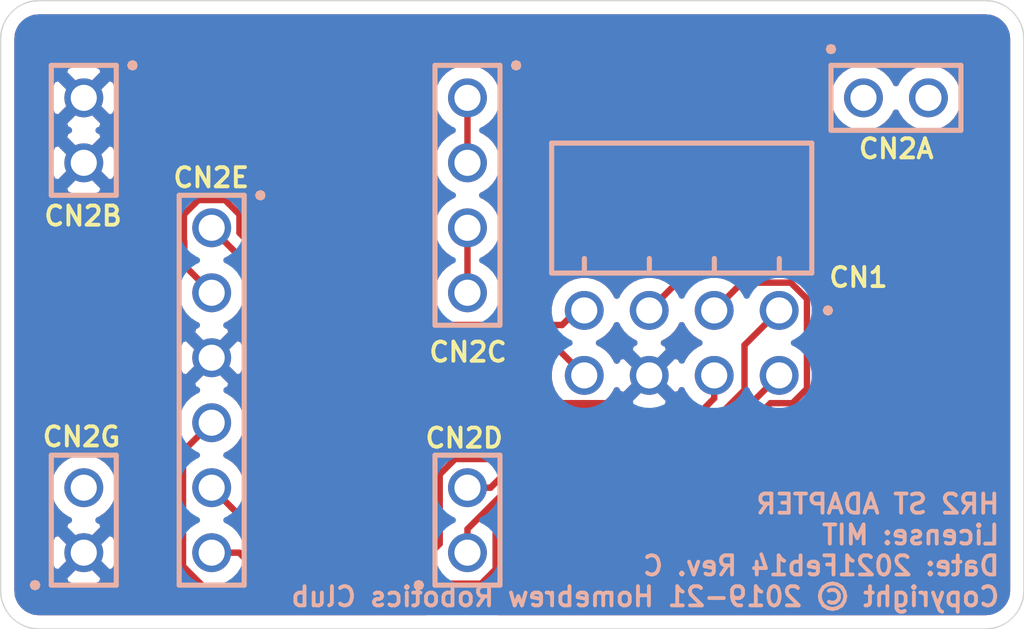
<source format=kicad_pcb>
(kicad_pcb (version 20171130) (host pcbnew 5.1.9-73d0e3b20d~88~ubuntu20.04.1)

  (general
    (thickness 1.6)
    (drawings 82)
    (tracks 76)
    (zones 0)
    (modules 2)
    (nets 14)
  )

  (page A)
  (title_block
    (title "HR2 ST Link Adapter")
    (date 2020-07-18)
    (rev A)
    (company "Home Brew Robotics Club")
  )

  (layers
    (0 F.Cu signal)
    (31 B.Cu signal)
    (32 B.Adhes user)
    (33 F.Adhes user)
    (34 B.Paste user)
    (35 F.Paste user)
    (36 B.SilkS user)
    (37 F.SilkS user)
    (38 B.Mask user)
    (39 F.Mask user)
    (40 Dwgs.User user)
    (41 Cmts.User user)
    (42 Eco1.User user)
    (43 Eco2.User user)
    (44 Edge.Cuts user)
    (45 Margin user)
    (46 B.CrtYd user)
    (47 F.CrtYd user)
    (48 B.Fab user hide)
    (49 F.Fab user hide)
  )

  (setup
    (last_trace_width 0.5)
    (user_trace_width 0.5)
    (trace_clearance 0.2)
    (zone_clearance 0.508)
    (zone_45_only no)
    (trace_min 0.2)
    (via_size 0.8)
    (via_drill 0.4)
    (via_min_size 0.4)
    (via_min_drill 0.3)
    (uvia_size 0.3)
    (uvia_drill 0.1)
    (uvias_allowed no)
    (uvia_min_size 0.2)
    (uvia_min_drill 0.1)
    (edge_width 0.05)
    (segment_width 0.2)
    (pcb_text_width 0.3)
    (pcb_text_size 1.5 1.5)
    (mod_edge_width 0.12)
    (mod_text_size 1 1)
    (mod_text_width 0.15)
    (pad_size 1.524 1.524)
    (pad_drill 0.762)
    (pad_to_mask_clearance 0.05)
    (aux_axis_origin 0 0)
    (visible_elements FFFFFF7F)
    (pcbplotparams
      (layerselection 0x010fc_ffffffff)
      (usegerberextensions false)
      (usegerberattributes true)
      (usegerberadvancedattributes true)
      (creategerberjobfile true)
      (excludeedgelayer true)
      (linewidth 0.100000)
      (plotframeref false)
      (viasonmask false)
      (mode 1)
      (useauxorigin false)
      (hpglpennumber 1)
      (hpglpenspeed 20)
      (hpglpendiameter 15.000000)
      (psnegative false)
      (psa4output false)
      (plotreference true)
      (plotvalue true)
      (plotinvisibletext false)
      (padsonsilk false)
      (subtractmaskfromsilk false)
      (outputformat 1)
      (mirror false)
      (drillshape 0)
      (scaleselection 1)
      (outputdirectory "./"))
  )

  (net 0 "")
  (net 1 /TX)
  (net 2 /SWO)
  (net 3 /SWDIO)
  (net 4 /SWCLK)
  (net 5 /RX)
  (net 6 /NRST)
  (net 7 /GND)
  (net 8 /3V3)
  (net 9 "Net-(CN2-Pad102)")
  (net 10 "Net-(CN2-Pad101)")
  (net 11 /SWCLKX)
  (net 12 /SWDIOX)
  (net 13 "Net-(CN2-Pad202)")

  (net_class Default "This is the default net class."
    (clearance 0.2)
    (trace_width 0.25)
    (via_dia 0.8)
    (via_drill 0.4)
    (uvia_dia 0.3)
    (uvia_drill 0.1)
    (add_net /3V3)
    (add_net /GND)
    (add_net /NRST)
    (add_net /RX)
    (add_net /SWCLK)
    (add_net /SWCLKX)
    (add_net /SWDIO)
    (add_net /SWDIOX)
    (add_net /SWO)
    (add_net /TX)
    (add_net "Net-(CN2-Pad101)")
    (add_net "Net-(CN2-Pad102)")
    (add_net "Net-(CN2-Pad202)")
  )

  (module HR2:STADAPTER_M2x4RA (layer F.Cu) (tedit 6029F62E) (tstamp 5F463B87)
    (at 100 102)
    (path /5F4705AD)
    (fp_text reference CN1 (at -1.47 -3.46) (layer F.SilkS)
      (effects (font (size 0.75 0.75) (thickness 0.15)))
    )
    (fp_text value STADAPTER;M2x4RA (at 0 0) (layer F.Fab)
      (effects (font (size 1 1) (thickness 0.2)))
    )
    (fp_line (start -2.73 -2.24) (end -2.76 -2.17) (layer B.SilkS) (width 0.2))
    (fp_line (start -2.66 -2.27) (end -2.73 -2.24) (layer B.SilkS) (width 0.2))
    (fp_line (start -2.59 -2.24) (end -2.66 -2.27) (layer B.SilkS) (width 0.2))
    (fp_line (start -2.56 -2.17) (end -2.59 -2.24) (layer B.SilkS) (width 0.2))
    (fp_line (start -2.59 -2.1) (end -2.56 -2.17) (layer B.SilkS) (width 0.2))
    (fp_line (start -2.66 -2.07) (end -2.59 -2.1) (layer B.SilkS) (width 0.2))
    (fp_line (start -2.73 -2.1) (end -2.66 -2.07) (layer B.SilkS) (width 0.2))
    (fp_line (start -2.76 -2.17) (end -2.73 -2.1) (layer B.SilkS) (width 0.2))
    (fp_line (start -12.18 -4.2) (end -12.18 -3.63) (layer B.SilkS) (width 0.2))
    (fp_line (start -9.64 -4.2) (end -9.64 -3.63) (layer B.SilkS) (width 0.2))
    (fp_line (start -7.1 -4.2) (end -7.1 -3.63) (layer B.SilkS) (width 0.2))
    (fp_line (start -4.56 -4.2) (end -4.56 -3.63) (layer B.SilkS) (width 0.2))
    (fp_line (start -13.46 -8.71) (end -13.46 -3.63) (layer B.SilkS) (width 0.2))
    (fp_line (start -3.29 -8.71) (end -13.46 -8.71) (layer B.SilkS) (width 0.2))
    (fp_line (start -3.29 -3.63) (end -3.29 -8.71) (layer B.SilkS) (width 0.2))
    (fp_line (start -13.46 -3.63) (end -3.29 -3.63) (layer B.SilkS) (width 0.2))
    (pad 1 thru_hole circle (at -12.185 0.37) (size 1.52 1.52) (drill 1.02) (layers *.Cu *.Mask)
      (net 8 /3V3))
    (pad 3 thru_hole circle (at -9.645 0.37) (size 1.52 1.52) (drill 1.02) (layers *.Cu *.Mask)
      (net 7 /GND))
    (pad 5 thru_hole circle (at -7.105 0.37) (size 1.52 1.52) (drill 1.02) (layers *.Cu *.Mask)
      (net 6 /NRST))
    (pad 7 thru_hole circle (at -4.565 0.37) (size 1.52 1.52) (drill 1.02) (layers *.Cu *.Mask)
      (net 5 /RX))
    (pad 2 thru_hole circle (at -12.185 -2.17) (size 1.52 1.52) (drill 1.02) (layers *.Cu *.Mask)
      (net 4 /SWCLK))
    (pad 4 thru_hole circle (at -9.645 -2.17) (size 1.52 1.52) (drill 1.02) (layers *.Cu *.Mask)
      (net 3 /SWDIO))
    (pad 6 thru_hole circle (at -7.105 -2.17) (size 1.52 1.52) (drill 1.02) (layers *.Cu *.Mask)
      (net 2 /SWO))
    (pad 8 thru_hole circle (at -4.565 -2.17) (size 1.52 1.52) (drill 1.02) (layers *.Cu *.Mask)
      (net 1 /TX))
  )

  (module HR2:STADAPTER_4xF1x2+F1x4+F1x6 (layer F.Cu) (tedit 5F45F067) (tstamp 5F463BE5)
    (at 100 100)
    (path /5F448E80)
    (fp_text reference CN2A (at 0.01 -6.49) (layer F.SilkS)
      (effects (font (size 0.75 0.75) (thickness 0.15)))
    )
    (fp_text value STLINK;4xF1x2+F1x4+F1x6 (at 0 0) (layer F.Fab)
      (effects (font (size 1 1) (thickness 0.2)))
    )
    (fp_line (start -2.47 -10.31) (end -2.44 -10.38) (layer B.SilkS) (width 0.2))
    (fp_line (start -2.54 -10.29) (end -2.47 -10.31) (layer B.SilkS) (width 0.2))
    (fp_line (start -2.61 -10.31) (end -2.54 -10.29) (layer B.SilkS) (width 0.2))
    (fp_line (start -2.64 -10.38) (end -2.61 -10.31) (layer B.SilkS) (width 0.2))
    (fp_line (start -2.61 -10.46) (end -2.64 -10.38) (layer B.SilkS) (width 0.2))
    (fp_line (start -2.54 -10.48) (end -2.61 -10.46) (layer B.SilkS) (width 0.2))
    (fp_line (start -2.47 -10.46) (end -2.54 -10.48) (layer B.SilkS) (width 0.2))
    (fp_line (start -2.44 -10.38) (end -2.47 -10.46) (layer B.SilkS) (width 0.2))
    (fp_line (start 2.54 -7.21) (end 2.54 -9.75) (layer B.SilkS) (width 0.2))
    (fp_line (start -2.54 -7.21) (end 2.54 -7.21) (layer B.SilkS) (width 0.2))
    (fp_line (start -2.54 -9.75) (end -2.54 -7.21) (layer B.SilkS) (width 0.2))
    (fp_line (start 2.54 -9.75) (end -2.54 -9.75) (layer B.SilkS) (width 0.2))
    (fp_line (start -18.58 10.5) (end -18.66 10.47) (layer B.SilkS) (width 0.2))
    (fp_line (start -18.55 10.57) (end -18.58 10.5) (layer B.SilkS) (width 0.2))
    (fp_line (start -18.58 10.64) (end -18.55 10.57) (layer B.SilkS) (width 0.2))
    (fp_line (start -18.66 10.67) (end -18.58 10.64) (layer B.SilkS) (width 0.2))
    (fp_line (start -18.73 10.64) (end -18.66 10.67) (layer B.SilkS) (width 0.2))
    (fp_line (start -18.75 10.57) (end -18.73 10.64) (layer B.SilkS) (width 0.2))
    (fp_line (start -18.73 10.5) (end -18.75 10.57) (layer B.SilkS) (width 0.2))
    (fp_line (start -18.66 10.47) (end -18.73 10.5) (layer B.SilkS) (width 0.2))
    (fp_line (start -15.48 5.49) (end -18.02 5.49) (layer B.SilkS) (width 0.2))
    (fp_line (start -15.48 10.57) (end -15.48 5.49) (layer B.SilkS) (width 0.2))
    (fp_line (start -18.02 10.57) (end -15.48 10.57) (layer B.SilkS) (width 0.2))
    (fp_line (start -18.02 5.49) (end -18.02 10.57) (layer B.SilkS) (width 0.2))
    (fp_line (start -14.92 -9.68) (end -14.85 -9.65) (layer B.SilkS) (width 0.2))
    (fp_line (start -14.95 -9.75) (end -14.92 -9.68) (layer B.SilkS) (width 0.2))
    (fp_line (start -14.92 -9.82) (end -14.95 -9.75) (layer B.SilkS) (width 0.2))
    (fp_line (start -14.85 -9.85) (end -14.92 -9.82) (layer B.SilkS) (width 0.2))
    (fp_line (start -14.77 -9.82) (end -14.85 -9.85) (layer B.SilkS) (width 0.2))
    (fp_line (start -14.75 -9.75) (end -14.77 -9.82) (layer B.SilkS) (width 0.2))
    (fp_line (start -14.77 -9.68) (end -14.75 -9.75) (layer B.SilkS) (width 0.2))
    (fp_line (start -14.85 -9.65) (end -14.77 -9.68) (layer B.SilkS) (width 0.2))
    (fp_line (start -18.02 0.41) (end -15.48 0.41) (layer B.SilkS) (width 0.2))
    (fp_line (start -18.02 -9.75) (end -18.02 0.41) (layer B.SilkS) (width 0.2))
    (fp_line (start -15.48 -9.75) (end -18.02 -9.75) (layer B.SilkS) (width 0.2))
    (fp_line (start -15.48 0.41) (end -15.48 -9.75) (layer B.SilkS) (width 0.2))
    (fp_line (start -33.58 10.5) (end -33.66 10.47) (layer B.SilkS) (width 0.2))
    (fp_line (start -33.55 10.57) (end -33.58 10.5) (layer B.SilkS) (width 0.2))
    (fp_line (start -33.58 10.64) (end -33.55 10.57) (layer B.SilkS) (width 0.2))
    (fp_line (start -33.66 10.67) (end -33.58 10.64) (layer B.SilkS) (width 0.2))
    (fp_line (start -33.73 10.64) (end -33.66 10.67) (layer B.SilkS) (width 0.2))
    (fp_line (start -33.76 10.57) (end -33.73 10.64) (layer B.SilkS) (width 0.2))
    (fp_line (start -33.73 10.5) (end -33.76 10.57) (layer B.SilkS) (width 0.2))
    (fp_line (start -33.66 10.47) (end -33.73 10.5) (layer B.SilkS) (width 0.2))
    (fp_line (start -30.48 5.49) (end -33.02 5.49) (layer B.SilkS) (width 0.2))
    (fp_line (start -30.48 10.57) (end -30.48 5.49) (layer B.SilkS) (width 0.2))
    (fp_line (start -33.02 10.57) (end -30.48 10.57) (layer B.SilkS) (width 0.2))
    (fp_line (start -33.02 5.49) (end -33.02 10.57) (layer B.SilkS) (width 0.2))
    (fp_line (start -24.92 -4.6) (end -24.84 -4.57) (layer B.SilkS) (width 0.2))
    (fp_line (start -24.95 -4.67) (end -24.92 -4.6) (layer B.SilkS) (width 0.2))
    (fp_line (start -24.92 -4.74) (end -24.95 -4.67) (layer B.SilkS) (width 0.2))
    (fp_line (start -24.84 -4.77) (end -24.92 -4.74) (layer B.SilkS) (width 0.2))
    (fp_line (start -24.77 -4.74) (end -24.84 -4.77) (layer B.SilkS) (width 0.2))
    (fp_line (start -24.75 -4.67) (end -24.77 -4.74) (layer B.SilkS) (width 0.2))
    (fp_line (start -24.77 -4.6) (end -24.75 -4.67) (layer B.SilkS) (width 0.2))
    (fp_line (start -24.84 -4.57) (end -24.77 -4.6) (layer B.SilkS) (width 0.2))
    (fp_line (start -28.02 10.57) (end -25.48 10.57) (layer B.SilkS) (width 0.2))
    (fp_line (start -28.02 -4.67) (end -28.02 10.57) (layer B.SilkS) (width 0.2))
    (fp_line (start -25.48 -4.67) (end -28.02 -4.67) (layer B.SilkS) (width 0.2))
    (fp_line (start -25.48 10.57) (end -25.48 -4.67) (layer B.SilkS) (width 0.2))
    (fp_line (start -29.92 -9.68) (end -29.84 -9.65) (layer B.SilkS) (width 0.2))
    (fp_line (start -29.95 -9.75) (end -29.92 -9.68) (layer B.SilkS) (width 0.2))
    (fp_line (start -29.92 -9.82) (end -29.95 -9.75) (layer B.SilkS) (width 0.2))
    (fp_line (start -29.84 -9.85) (end -29.92 -9.82) (layer B.SilkS) (width 0.2))
    (fp_line (start -29.77 -9.82) (end -29.84 -9.85) (layer B.SilkS) (width 0.2))
    (fp_line (start -29.75 -9.75) (end -29.77 -9.82) (layer B.SilkS) (width 0.2))
    (fp_line (start -29.77 -9.68) (end -29.75 -9.75) (layer B.SilkS) (width 0.2))
    (fp_line (start -29.84 -9.65) (end -29.77 -9.68) (layer B.SilkS) (width 0.2))
    (fp_line (start -33.02 -4.67) (end -30.48 -4.67) (layer B.SilkS) (width 0.2))
    (fp_line (start -33.02 -9.75) (end -33.02 -4.67) (layer B.SilkS) (width 0.2))
    (fp_line (start -30.48 -9.75) (end -33.02 -9.75) (layer B.SilkS) (width 0.2))
    (fp_line (start -30.48 -4.67) (end -30.48 -9.75) (layer B.SilkS) (width 0.2))
    (pad 102 thru_hole circle (at 1.27 -8.48) (size 1.52 1.52) (drill 1.02) (layers *.Cu *.Mask)
      (net 9 "Net-(CN2-Pad102)"))
    (pad 101 thru_hole circle (at -1.27 -8.48) (size 1.52 1.52) (drill 1.02) (layers *.Cu *.Mask)
      (net 10 "Net-(CN2-Pad101)"))
    (pad 52 thru_hole circle (at -16.75 6.76) (size 1.52 1.52) (drill 1.02) (layers *.Cu *.Mask)
      (net 1 /TX))
    (pad 51 thru_hole circle (at -16.75 9.3) (size 1.52 1.52) (drill 1.02) (layers *.Cu *.Mask)
      (net 5 /RX))
    (pad 44 thru_hole circle (at -16.75 -0.86) (size 1.52 1.52) (drill 1.02) (layers *.Cu *.Mask)
      (net 11 /SWCLKX))
    (pad 43 thru_hole circle (at -16.75 -3.4) (size 1.52 1.52) (drill 1.02) (layers *.Cu *.Mask)
      (net 11 /SWCLKX))
    (pad 42 thru_hole circle (at -16.75 -5.94) (size 1.52 1.52) (drill 1.02) (layers *.Cu *.Mask)
      (net 12 /SWDIOX))
    (pad 41 thru_hole circle (at -16.75 -8.48) (size 1.52 1.52) (drill 1.02) (layers *.Cu *.Mask)
      (net 12 /SWDIOX))
    (pad 202 thru_hole circle (at -31.75 6.76) (size 1.52 1.52) (drill 1.02) (layers *.Cu *.Mask)
      (net 13 "Net-(CN2-Pad202)"))
    (pad 201 thru_hole circle (at -31.75 9.3) (size 1.52 1.52) (drill 1.02) (layers *.Cu *.Mask)
      (net 7 /GND))
    (pad 66 thru_hole circle (at -26.75 9.3) (size 1.52 1.52) (drill 1.02) (layers *.Cu *.Mask)
      (net 2 /SWO))
    (pad 65 thru_hole circle (at -26.75 6.76) (size 1.52 1.52) (drill 1.02) (layers *.Cu *.Mask)
      (net 6 /NRST))
    (pad 64 thru_hole circle (at -26.75 4.22) (size 1.52 1.52) (drill 1.02) (layers *.Cu *.Mask)
      (net 3 /SWDIO))
    (pad 63 thru_hole circle (at -26.75 1.68) (size 1.52 1.52) (drill 1.02) (layers *.Cu *.Mask)
      (net 7 /GND))
    (pad 62 thru_hole circle (at -26.75 -0.86) (size 1.52 1.52) (drill 1.02) (layers *.Cu *.Mask)
      (net 4 /SWCLK))
    (pad 61 thru_hole circle (at -26.75 -3.4) (size 1.52 1.52) (drill 1.02) (layers *.Cu *.Mask)
      (net 8 /3V3))
    (pad 22 thru_hole circle (at -31.75 -5.94) (size 1.52 1.52) (drill 1.02) (layers *.Cu *.Mask)
      (net 7 /GND))
    (pad 21 thru_hole circle (at -31.75 -8.48) (size 1.52 1.52) (drill 1.02) (layers *.Cu *.Mask)
      (net 7 /GND))
  )

  (gr_text "HR2 ST ADAPTER\nLicense: MIT\nDate: 2021Feb14 Rev. C\nCopyright © 2019-21 Homebrew Robotics Club\n" (at 104.12 109.21) (layer B.SilkS) (tstamp 5FE81210)
    (effects (font (size 0.75 0.75) (thickness 0.15)) (justify left mirror))
  )
  (gr_text CN2G (at 68.16 104.77) (layer F.SilkS)
    (effects (font (size 0.75 0.75) (thickness 0.15)))
  )
  (gr_text CN2E (at 73.23 94.64) (layer F.SilkS)
    (effects (font (size 0.75 0.75) (thickness 0.15)))
  )
  (gr_text CN2C (at 83.27 101.46) (layer F.SilkS)
    (effects (font (size 0.75 0.75) (thickness 0.15)))
  )
  (gr_text CN2D (at 83.12 104.82) (layer F.SilkS)
    (effects (font (size 0.75 0.75) (thickness 0.15)))
  )
  (gr_text CN2B (at 68.22 96.14) (layer F.SilkS)
    (effects (font (size 0.75 0.75) (thickness 0.15)))
  )
  (gr_line (start 105 89.22) (end 104.99 89.09) (layer Edge.Cuts) (width 0.05))
  (gr_line (start 104.99 89.09) (end 104.98 88.96) (layer Edge.Cuts) (width 0.05))
  (gr_line (start 104.98 88.96) (end 104.95 88.83) (layer Edge.Cuts) (width 0.05))
  (gr_line (start 104.95 88.83) (end 104.91 88.71) (layer Edge.Cuts) (width 0.05))
  (gr_line (start 104.91 88.71) (end 104.86 88.59) (layer Edge.Cuts) (width 0.05))
  (gr_line (start 104.86 88.59) (end 104.8 88.47) (layer Edge.Cuts) (width 0.05))
  (gr_line (start 104.8 88.47) (end 104.73 88.36) (layer Edge.Cuts) (width 0.05))
  (gr_line (start 104.73 88.36) (end 104.65 88.26) (layer Edge.Cuts) (width 0.05))
  (gr_line (start 104.65 88.26) (end 104.56 88.16) (layer Edge.Cuts) (width 0.05))
  (gr_line (start 104.56 88.16) (end 104.46 88.07) (layer Edge.Cuts) (width 0.05))
  (gr_line (start 104.46 88.07) (end 104.36 87.99) (layer Edge.Cuts) (width 0.05))
  (gr_line (start 104.36 87.99) (end 104.25 87.92) (layer Edge.Cuts) (width 0.05))
  (gr_line (start 104.25 87.92) (end 104.13 87.86) (layer Edge.Cuts) (width 0.05))
  (gr_line (start 104.13 87.86) (end 104.01 87.81) (layer Edge.Cuts) (width 0.05))
  (gr_line (start 104.01 87.81) (end 103.89 87.77) (layer Edge.Cuts) (width 0.05))
  (gr_line (start 103.89 87.77) (end 103.76 87.74) (layer Edge.Cuts) (width 0.05))
  (gr_line (start 103.76 87.74) (end 103.63 87.73) (layer Edge.Cuts) (width 0.05))
  (gr_line (start 103.63 87.73) (end 103.5 87.72) (layer Edge.Cuts) (width 0.05))
  (gr_line (start 103.5 87.72) (end 66.5 87.72) (layer Edge.Cuts) (width 0.05))
  (gr_line (start 66.5 87.72) (end 66.37 87.73) (layer Edge.Cuts) (width 0.05))
  (gr_line (start 66.37 87.73) (end 66.24 87.74) (layer Edge.Cuts) (width 0.05))
  (gr_line (start 66.24 87.74) (end 66.11 87.77) (layer Edge.Cuts) (width 0.05))
  (gr_line (start 66.11 87.77) (end 65.99 87.81) (layer Edge.Cuts) (width 0.05))
  (gr_line (start 65.99 87.81) (end 65.87 87.86) (layer Edge.Cuts) (width 0.05))
  (gr_line (start 65.87 87.86) (end 65.75 87.92) (layer Edge.Cuts) (width 0.05))
  (gr_line (start 65.75 87.92) (end 65.64 87.99) (layer Edge.Cuts) (width 0.05))
  (gr_line (start 65.64 87.99) (end 65.54 88.07) (layer Edge.Cuts) (width 0.05))
  (gr_line (start 65.54 88.07) (end 65.44 88.16) (layer Edge.Cuts) (width 0.05))
  (gr_line (start 65.44 88.16) (end 65.35 88.26) (layer Edge.Cuts) (width 0.05))
  (gr_line (start 65.35 88.26) (end 65.27 88.36) (layer Edge.Cuts) (width 0.05))
  (gr_line (start 65.27 88.36) (end 65.2 88.47) (layer Edge.Cuts) (width 0.05))
  (gr_line (start 65.2 88.47) (end 65.14 88.59) (layer Edge.Cuts) (width 0.05))
  (gr_line (start 65.14 88.59) (end 65.09 88.71) (layer Edge.Cuts) (width 0.05))
  (gr_line (start 65.09 88.71) (end 65.05 88.83) (layer Edge.Cuts) (width 0.05))
  (gr_line (start 65.05 88.83) (end 65.02 88.96) (layer Edge.Cuts) (width 0.05))
  (gr_line (start 65.02 88.96) (end 65.01 89.09) (layer Edge.Cuts) (width 0.05))
  (gr_line (start 65.01 89.09) (end 65 89.22) (layer Edge.Cuts) (width 0.05))
  (gr_line (start 65 89.22) (end 65 110.78) (layer Edge.Cuts) (width 0.05))
  (gr_line (start 65 110.78) (end 65.01 110.91) (layer Edge.Cuts) (width 0.05))
  (gr_line (start 65.01 110.91) (end 65.02 111.04) (layer Edge.Cuts) (width 0.05))
  (gr_line (start 65.02 111.04) (end 65.05 111.17) (layer Edge.Cuts) (width 0.05))
  (gr_line (start 65.05 111.17) (end 65.09 111.29) (layer Edge.Cuts) (width 0.05))
  (gr_line (start 65.09 111.29) (end 65.14 111.41) (layer Edge.Cuts) (width 0.05))
  (gr_line (start 65.14 111.41) (end 65.2 111.53) (layer Edge.Cuts) (width 0.05))
  (gr_line (start 65.2 111.53) (end 65.27 111.64) (layer Edge.Cuts) (width 0.05))
  (gr_line (start 65.27 111.64) (end 65.35 111.74) (layer Edge.Cuts) (width 0.05))
  (gr_line (start 65.35 111.74) (end 65.44 111.84) (layer Edge.Cuts) (width 0.05))
  (gr_line (start 65.44 111.84) (end 65.54 111.93) (layer Edge.Cuts) (width 0.05))
  (gr_line (start 65.54 111.93) (end 65.64 112.01) (layer Edge.Cuts) (width 0.05))
  (gr_line (start 65.64 112.01) (end 65.75 112.08) (layer Edge.Cuts) (width 0.05))
  (gr_line (start 65.75 112.08) (end 65.87 112.14) (layer Edge.Cuts) (width 0.05))
  (gr_line (start 65.87 112.14) (end 65.99 112.19) (layer Edge.Cuts) (width 0.05))
  (gr_line (start 65.99 112.19) (end 66.11 112.23) (layer Edge.Cuts) (width 0.05))
  (gr_line (start 66.11 112.23) (end 66.24 112.26) (layer Edge.Cuts) (width 0.05))
  (gr_line (start 66.24 112.26) (end 66.37 112.27) (layer Edge.Cuts) (width 0.05))
  (gr_line (start 66.37 112.27) (end 66.5 112.28) (layer Edge.Cuts) (width 0.05))
  (gr_line (start 66.5 112.28) (end 103.5 112.28) (layer Edge.Cuts) (width 0.05))
  (gr_line (start 103.5 112.28) (end 103.63 112.27) (layer Edge.Cuts) (width 0.05))
  (gr_line (start 103.63 112.27) (end 103.76 112.26) (layer Edge.Cuts) (width 0.05))
  (gr_line (start 103.76 112.26) (end 103.89 112.23) (layer Edge.Cuts) (width 0.05))
  (gr_line (start 103.89 112.23) (end 104.01 112.19) (layer Edge.Cuts) (width 0.05))
  (gr_line (start 104.01 112.19) (end 104.13 112.14) (layer Edge.Cuts) (width 0.05))
  (gr_line (start 104.13 112.14) (end 104.25 112.08) (layer Edge.Cuts) (width 0.05))
  (gr_line (start 104.25 112.08) (end 104.36 112.01) (layer Edge.Cuts) (width 0.05))
  (gr_line (start 104.36 112.01) (end 104.46 111.93) (layer Edge.Cuts) (width 0.05))
  (gr_line (start 104.46 111.93) (end 104.56 111.84) (layer Edge.Cuts) (width 0.05))
  (gr_line (start 104.56 111.84) (end 104.65 111.74) (layer Edge.Cuts) (width 0.05))
  (gr_line (start 104.65 111.74) (end 104.73 111.64) (layer Edge.Cuts) (width 0.05))
  (gr_line (start 104.73 111.64) (end 104.8 111.53) (layer Edge.Cuts) (width 0.05))
  (gr_line (start 104.8 111.53) (end 104.86 111.41) (layer Edge.Cuts) (width 0.05))
  (gr_line (start 104.86 111.41) (end 104.91 111.29) (layer Edge.Cuts) (width 0.05))
  (gr_line (start 104.91 111.29) (end 104.95 111.17) (layer Edge.Cuts) (width 0.05))
  (gr_line (start 104.95 111.17) (end 104.98 111.04) (layer Edge.Cuts) (width 0.05))
  (gr_line (start 104.98 111.04) (end 104.99 110.91) (layer Edge.Cuts) (width 0.05))
  (gr_line (start 104.99 110.91) (end 105 110.78) (layer Edge.Cuts) (width 0.05))
  (gr_line (start 105 110.78) (end 105 89.22) (layer Edge.Cuts) (width 0.05))

  (segment (start 84.15 106.76) (end 83.25 106.76) (width 0.25) (layer F.Cu) (net 1))
  (segment (start 86.304978 104.605022) (end 84.15 106.76) (width 0.25) (layer F.Cu) (net 1))
  (segment (start 92.414978 104.605022) (end 86.304978 104.605022) (width 0.25) (layer F.Cu) (net 1))
  (segment (start 94.08 102.94) (end 92.414978 104.605022) (width 0.25) (layer F.Cu) (net 1))
  (segment (start 94.08 101.185) (end 94.08 102.94) (width 0.25) (layer F.Cu) (net 1))
  (segment (start 95.435 99.83) (end 94.08 101.185) (width 0.25) (layer F.Cu) (net 1))
  (segment (start 75.074813 110.050011) (end 74.324802 109.3) (width 0.25) (layer F.Cu) (net 2))
  (segment (start 84.349989 109.950011) (end 83.79 110.51) (width 0.25) (layer F.Cu) (net 2))
  (segment (start 92.895 99.83) (end 93.980001 98.744999) (width 0.25) (layer F.Cu) (net 2))
  (segment (start 84.349989 107.9136) (end 84.349989 109.950011) (width 0.25) (layer F.Cu) (net 2))
  (segment (start 81.726421 110.050011) (end 75.074813 110.050011) (width 0.25) (layer F.Cu) (net 2))
  (segment (start 95.094999 103.455001) (end 93.044956 105.505044) (width 0.25) (layer F.Cu) (net 2))
  (segment (start 96.520001 99.376411) (end 96.520001 102.890801) (width 0.25) (layer F.Cu) (net 2))
  (segment (start 82.18641 110.51) (end 81.726421 110.050011) (width 0.25) (layer F.Cu) (net 2))
  (segment (start 93.980001 98.744999) (end 95.888589 98.744999) (width 0.25) (layer F.Cu) (net 2))
  (segment (start 96.520001 102.890801) (end 95.955801 103.455001) (width 0.25) (layer F.Cu) (net 2))
  (segment (start 95.888589 98.744999) (end 96.520001 99.376411) (width 0.25) (layer F.Cu) (net 2))
  (segment (start 74.324802 109.3) (end 73.25 109.3) (width 0.25) (layer F.Cu) (net 2))
  (segment (start 93.044956 105.505044) (end 86.758545 105.505044) (width 0.25) (layer F.Cu) (net 2))
  (segment (start 83.79 110.51) (end 82.18641 110.51) (width 0.25) (layer F.Cu) (net 2))
  (segment (start 95.955801 103.455001) (end 95.094999 103.455001) (width 0.25) (layer F.Cu) (net 2))
  (segment (start 86.758545 105.505044) (end 84.349989 107.9136) (width 0.25) (layer F.Cu) (net 2))
  (segment (start 72.13 105.34) (end 73.25 104.22) (width 0.25) (layer F.Cu) (net 3))
  (segment (start 81.64 110.6) (end 72.9 110.6) (width 0.25) (layer F.Cu) (net 3))
  (segment (start 90.355 99.83) (end 91.925 98.26) (width 0.25) (layer F.Cu) (net 3))
  (segment (start 84.8 108.1) (end 84.8 110.24) (width 0.25) (layer F.Cu) (net 3))
  (segment (start 96.970012 103.077201) (end 96.142201 103.905012) (width 0.25) (layer F.Cu) (net 3))
  (segment (start 95.344988 103.905012) (end 93.21 106.04) (width 0.25) (layer F.Cu) (net 3))
  (segment (start 72.13 109.83) (end 72.13 105.34) (width 0.25) (layer F.Cu) (net 3))
  (segment (start 84.05 110.99) (end 82.03 110.99) (width 0.25) (layer F.Cu) (net 3))
  (segment (start 96.04 98.26) (end 96.970012 99.190012) (width 0.25) (layer F.Cu) (net 3))
  (segment (start 91.925 98.26) (end 96.04 98.26) (width 0.25) (layer F.Cu) (net 3))
  (segment (start 96.970012 99.190012) (end 96.970012 103.077201) (width 0.25) (layer F.Cu) (net 3))
  (segment (start 96.142201 103.905012) (end 95.344988 103.905012) (width 0.25) (layer F.Cu) (net 3))
  (segment (start 72.9 110.6) (end 72.13 109.83) (width 0.25) (layer F.Cu) (net 3))
  (segment (start 93.21 106.04) (end 86.86 106.04) (width 0.25) (layer F.Cu) (net 3))
  (segment (start 86.86 106.04) (end 84.8 108.1) (width 0.25) (layer F.Cu) (net 3))
  (segment (start 84.8 110.24) (end 84.05 110.99) (width 0.25) (layer F.Cu) (net 3))
  (segment (start 82.03 110.99) (end 81.64 110.6) (width 0.25) (layer F.Cu) (net 3))
  (segment (start 87.795 99.81) (end 87.815 99.83) (width 0.25) (layer F.Cu) (net 4))
  (segment (start 87.54 99.81) (end 87.795 99.81) (width 0.25) (layer F.Cu) (net 4))
  (segment (start 77.94 100.4) (end 86.95 100.4) (width 0.25) (layer F.Cu) (net 4))
  (segment (start 73.770801 95.514999) (end 74.335001 96.079199) (width 0.25) (layer F.Cu) (net 4))
  (segment (start 72.729199 95.514999) (end 73.770801 95.514999) (width 0.25) (layer F.Cu) (net 4))
  (segment (start 74.335001 96.079199) (end 74.335001 96.795001) (width 0.25) (layer F.Cu) (net 4))
  (segment (start 72.164999 96.079199) (end 72.729199 95.514999) (width 0.25) (layer F.Cu) (net 4))
  (segment (start 74.335001 96.795001) (end 77.94 100.4) (width 0.25) (layer F.Cu) (net 4))
  (segment (start 72.164999 97.120801) (end 72.164999 96.079199) (width 0.25) (layer F.Cu) (net 4))
  (segment (start 72.18 97.135802) (end 72.164999 97.120801) (width 0.25) (layer F.Cu) (net 4))
  (segment (start 72.18 98.07) (end 72.18 97.135802) (width 0.25) (layer F.Cu) (net 4))
  (segment (start 86.95 100.4) (end 87.54 99.81) (width 0.25) (layer F.Cu) (net 4))
  (segment (start 73.25 99.14) (end 72.18 98.07) (width 0.25) (layer F.Cu) (net 4))
  (segment (start 83.25 109.3) (end 83.25 108.377178) (width 0.25) (layer F.Cu) (net 5))
  (segment (start 83.25 108.377178) (end 86.572145 105.055033) (width 0.25) (layer F.Cu) (net 5))
  (segment (start 92.749967 105.055033) (end 95.435 102.37) (width 0.25) (layer F.Cu) (net 5))
  (segment (start 86.572145 105.055033) (end 92.749967 105.055033) (width 0.25) (layer F.Cu) (net 5))
  (segment (start 74.009999 107.519999) (end 73.25 106.76) (width 0.25) (layer F.Cu) (net 6))
  (segment (start 76.01 109.52) (end 74.009999 107.519999) (width 0.25) (layer F.Cu) (net 6))
  (segment (start 81.6 109.52) (end 76.01 109.52) (width 0.25) (layer F.Cu) (net 6))
  (segment (start 82.164999 106.239199) (end 82.164999 108.955001) (width 0.25) (layer F.Cu) (net 6))
  (segment (start 82.764198 105.64) (end 82.164999 106.239199) (width 0.25) (layer F.Cu) (net 6))
  (segment (start 84.58 105.64) (end 82.764198 105.64) (width 0.25) (layer F.Cu) (net 6))
  (segment (start 86.064989 104.155011) (end 84.58 105.64) (width 0.25) (layer F.Cu) (net 6))
  (segment (start 92.004989 104.155011) (end 86.064989 104.155011) (width 0.25) (layer F.Cu) (net 6))
  (segment (start 92.895 103.265) (end 92.004989 104.155011) (width 0.25) (layer F.Cu) (net 6))
  (segment (start 82.164999 108.955001) (end 81.6 109.52) (width 0.25) (layer F.Cu) (net 6))
  (segment (start 92.895 102.37) (end 92.895 103.265) (width 0.25) (layer F.Cu) (net 6))
  (segment (start 75.150001 103.580001) (end 73.25 101.68) (width 0.5) (layer F.Cu) (net 7))
  (segment (start 89.144999 103.580001) (end 75.150001 103.580001) (width 0.5) (layer F.Cu) (net 7))
  (segment (start 90.355 102.37) (end 89.144999 103.580001) (width 0.5) (layer F.Cu) (net 7))
  (segment (start 86.325 100.88) (end 87.815 102.37) (width 0.25) (layer F.Cu) (net 8))
  (segment (start 77.5 100.88) (end 86.325 100.88) (width 0.25) (layer F.Cu) (net 8))
  (segment (start 73.25 96.63) (end 77.5 100.88) (width 0.25) (layer F.Cu) (net 8))
  (segment (start 73.25 96.6) (end 73.25 96.63) (width 0.25) (layer F.Cu) (net 8))
  (segment (start 83.25 99.14) (end 83.25 96.6) (width 0.25) (layer F.Cu) (net 11))
  (segment (start 83.25 94.06) (end 83.25 91.52) (width 0.25) (layer F.Cu) (net 12))

  (zone (net 7) (net_name /GND) (layer F.Cu) (tstamp 5FE81387) (hatch edge 0.508)
    (connect_pads (clearance 0.508))
    (min_thickness 0.254)
    (fill yes (arc_segments 32) (thermal_gap 0.508) (thermal_bridge_width 0.508))
    (polygon
      (pts
        (xy 105 89.2) (xy 105 89.1) (xy 105 89) (xy 104.9 88.8) (xy 104.9 88.7)
        (xy 104.9 88.6) (xy 104.8 88.5) (xy 104.7 88.4) (xy 104.6 88.3) (xy 104.6 88.2)
        (xy 104.5 88.1) (xy 104.4 88) (xy 104.2 87.9) (xy 104.1 87.9) (xy 104 87.8)
        (xy 103.9 87.8) (xy 103.8 87.7) (xy 103.6 87.7) (xy 103.5 87.7) (xy 66.5 87.7)
        (xy 66.4 87.7) (xy 66.2 87.7) (xy 66.1 87.8) (xy 66 87.8) (xy 65.9 87.9)
        (xy 65.8 87.9) (xy 65.6 88) (xy 65.5 88.1) (xy 65.4 88.2) (xy 65.4 88.3)
        (xy 65.3 88.4) (xy 65.2 88.5) (xy 65.1 88.6) (xy 65.1 88.7) (xy 65.1 88.8)
        (xy 65 89) (xy 65 89.1) (xy 65 89.2) (xy 65 110.8) (xy 65 110.9)
        (xy 65 111) (xy 65.1 111.2) (xy 65.1 111.3) (xy 65.1 111.4) (xy 65.2 111.5)
        (xy 65.3 111.6) (xy 65.4 111.7) (xy 65.4 111.8) (xy 65.5 111.9) (xy 65.6 112)
        (xy 65.8 112.1) (xy 65.9 112.1) (xy 66 112.2) (xy 66.1 112.2) (xy 66.2 112.3)
        (xy 66.4 112.3) (xy 66.5 112.3) (xy 103.5 112.3) (xy 103.6 112.3) (xy 103.8 112.3)
        (xy 103.9 112.2) (xy 104 112.2) (xy 104.1 112.1) (xy 104.2 112.1) (xy 104.4 112)
        (xy 104.5 111.9) (xy 104.6 111.8) (xy 104.6 111.7) (xy 104.7 111.6) (xy 104.8 111.5)
        (xy 104.9 111.4) (xy 104.9 111.3) (xy 104.9 111.2) (xy 105 111) (xy 105 110.9)
        (xy 105 110.8)
      )
    )
    (filled_polygon
      (pts
        (xy 103.611703 88.390542) (xy 103.611705 88.390542) (xy 103.659926 88.394251) (xy 103.711037 88.406046) (xy 103.778418 88.428506)
        (xy 103.855168 88.460486) (xy 103.924388 88.495096) (xy 103.975561 88.527661) (xy 104.032739 88.573404) (xy 104.092665 88.627337)
        (xy 104.146606 88.687271) (xy 104.192338 88.744437) (xy 104.224904 88.795612) (xy 104.259514 88.864832) (xy 104.291495 88.941585)
        (xy 104.313954 89.008964) (xy 104.325749 89.060074) (xy 104.329458 89.108295) (xy 104.329458 89.108296) (xy 104.340001 89.245354)
        (xy 104.34 110.754659) (xy 104.329458 110.891703) (xy 104.325749 110.939926) (xy 104.313954 110.991036) (xy 104.291495 111.058415)
        (xy 104.259514 111.135168) (xy 104.224904 111.204388) (xy 104.192338 111.255563) (xy 104.146606 111.312729) (xy 104.092665 111.372663)
        (xy 104.032739 111.426596) (xy 103.975561 111.472339) (xy 103.924388 111.504904) (xy 103.855168 111.539514) (xy 103.778418 111.571494)
        (xy 103.711037 111.593954) (xy 103.659926 111.605749) (xy 103.611705 111.609458) (xy 103.611703 111.609458) (xy 103.474659 111.62)
        (xy 84.480337 111.62) (xy 84.590001 111.530001) (xy 84.613803 111.500998) (xy 85.311002 110.803799) (xy 85.340001 110.780001)
        (xy 85.434974 110.664276) (xy 85.505546 110.532247) (xy 85.549003 110.388986) (xy 85.56 110.277333) (xy 85.56 110.277324)
        (xy 85.563676 110.240001) (xy 85.56 110.202678) (xy 85.56 108.414801) (xy 87.174802 106.8) (xy 93.172678 106.8)
        (xy 93.21 106.803676) (xy 93.247322 106.8) (xy 93.247333 106.8) (xy 93.358986 106.789003) (xy 93.502247 106.745546)
        (xy 93.634276 106.674974) (xy 93.750001 106.580001) (xy 93.773804 106.550997) (xy 95.65979 104.665012) (xy 96.104879 104.665012)
        (xy 96.142201 104.668688) (xy 96.179523 104.665012) (xy 96.179534 104.665012) (xy 96.291187 104.654015) (xy 96.434448 104.610558)
        (xy 96.566477 104.539986) (xy 96.682202 104.445013) (xy 96.706004 104.41601) (xy 97.481014 103.641) (xy 97.510013 103.617202)
        (xy 97.604986 103.501477) (xy 97.675558 103.369448) (xy 97.719015 103.226187) (xy 97.730012 103.114534) (xy 97.733689 103.077201)
        (xy 97.730012 103.039868) (xy 97.730012 99.227345) (xy 97.733689 99.190012) (xy 97.719015 99.041026) (xy 97.675558 98.897765)
        (xy 97.604986 98.765736) (xy 97.533811 98.679009) (xy 97.510013 98.650011) (xy 97.481016 98.626214) (xy 96.603803 97.749002)
        (xy 96.580001 97.719999) (xy 96.464276 97.625026) (xy 96.332247 97.554454) (xy 96.188986 97.510997) (xy 96.077333 97.5)
        (xy 96.077322 97.5) (xy 96.04 97.496324) (xy 96.002678 97.5) (xy 91.962322 97.5) (xy 91.924999 97.496324)
        (xy 91.887676 97.5) (xy 91.887667 97.5) (xy 91.776014 97.510997) (xy 91.632753 97.554454) (xy 91.500724 97.625026)
        (xy 91.384999 97.719999) (xy 91.361201 97.748997) (xy 90.64487 98.465329) (xy 90.492396 98.435) (xy 90.217604 98.435)
        (xy 89.948093 98.488609) (xy 89.69422 98.593767) (xy 89.465739 98.746433) (xy 89.271433 98.940739) (xy 89.118767 99.16922)
        (xy 89.085 99.25074) (xy 89.051233 99.16922) (xy 88.898567 98.940739) (xy 88.704261 98.746433) (xy 88.47578 98.593767)
        (xy 88.221907 98.488609) (xy 87.952396 98.435) (xy 87.677604 98.435) (xy 87.408093 98.488609) (xy 87.15422 98.593767)
        (xy 86.925739 98.746433) (xy 86.731433 98.940739) (xy 86.578767 99.16922) (xy 86.473609 99.423093) (xy 86.430464 99.64)
        (xy 84.55283 99.64) (xy 84.591391 99.546907) (xy 84.645 99.277396) (xy 84.645 99.002604) (xy 84.591391 98.733093)
        (xy 84.486233 98.47922) (xy 84.333567 98.250739) (xy 84.139261 98.056433) (xy 84.01 97.970064) (xy 84.01 97.769936)
        (xy 84.139261 97.683567) (xy 84.333567 97.489261) (xy 84.486233 97.26078) (xy 84.591391 97.006907) (xy 84.645 96.737396)
        (xy 84.645 96.462604) (xy 84.591391 96.193093) (xy 84.486233 95.93922) (xy 84.333567 95.710739) (xy 84.139261 95.516433)
        (xy 83.91078 95.363767) (xy 83.82926 95.33) (xy 83.91078 95.296233) (xy 84.139261 95.143567) (xy 84.333567 94.949261)
        (xy 84.486233 94.72078) (xy 84.591391 94.466907) (xy 84.645 94.197396) (xy 84.645 93.922604) (xy 84.591391 93.653093)
        (xy 84.486233 93.39922) (xy 84.333567 93.170739) (xy 84.139261 92.976433) (xy 84.01 92.890064) (xy 84.01 92.689936)
        (xy 84.139261 92.603567) (xy 84.333567 92.409261) (xy 84.486233 92.18078) (xy 84.591391 91.926907) (xy 84.645 91.657396)
        (xy 84.645 91.382604) (xy 97.335 91.382604) (xy 97.335 91.657396) (xy 97.388609 91.926907) (xy 97.493767 92.18078)
        (xy 97.646433 92.409261) (xy 97.840739 92.603567) (xy 98.06922 92.756233) (xy 98.323093 92.861391) (xy 98.592604 92.915)
        (xy 98.867396 92.915) (xy 99.136907 92.861391) (xy 99.39078 92.756233) (xy 99.619261 92.603567) (xy 99.813567 92.409261)
        (xy 99.966233 92.18078) (xy 100 92.09926) (xy 100.033767 92.18078) (xy 100.186433 92.409261) (xy 100.380739 92.603567)
        (xy 100.60922 92.756233) (xy 100.863093 92.861391) (xy 101.132604 92.915) (xy 101.407396 92.915) (xy 101.676907 92.861391)
        (xy 101.93078 92.756233) (xy 102.159261 92.603567) (xy 102.353567 92.409261) (xy 102.506233 92.18078) (xy 102.611391 91.926907)
        (xy 102.665 91.657396) (xy 102.665 91.382604) (xy 102.611391 91.113093) (xy 102.506233 90.85922) (xy 102.353567 90.630739)
        (xy 102.159261 90.436433) (xy 101.93078 90.283767) (xy 101.676907 90.178609) (xy 101.407396 90.125) (xy 101.132604 90.125)
        (xy 100.863093 90.178609) (xy 100.60922 90.283767) (xy 100.380739 90.436433) (xy 100.186433 90.630739) (xy 100.033767 90.85922)
        (xy 100 90.94074) (xy 99.966233 90.85922) (xy 99.813567 90.630739) (xy 99.619261 90.436433) (xy 99.39078 90.283767)
        (xy 99.136907 90.178609) (xy 98.867396 90.125) (xy 98.592604 90.125) (xy 98.323093 90.178609) (xy 98.06922 90.283767)
        (xy 97.840739 90.436433) (xy 97.646433 90.630739) (xy 97.493767 90.85922) (xy 97.388609 91.113093) (xy 97.335 91.382604)
        (xy 84.645 91.382604) (xy 84.591391 91.113093) (xy 84.486233 90.85922) (xy 84.333567 90.630739) (xy 84.139261 90.436433)
        (xy 83.91078 90.283767) (xy 83.656907 90.178609) (xy 83.387396 90.125) (xy 83.112604 90.125) (xy 82.843093 90.178609)
        (xy 82.58922 90.283767) (xy 82.360739 90.436433) (xy 82.166433 90.630739) (xy 82.013767 90.85922) (xy 81.908609 91.113093)
        (xy 81.855 91.382604) (xy 81.855 91.657396) (xy 81.908609 91.926907) (xy 82.013767 92.18078) (xy 82.166433 92.409261)
        (xy 82.360739 92.603567) (xy 82.490001 92.689937) (xy 82.49 92.890063) (xy 82.360739 92.976433) (xy 82.166433 93.170739)
        (xy 82.013767 93.39922) (xy 81.908609 93.653093) (xy 81.855 93.922604) (xy 81.855 94.197396) (xy 81.908609 94.466907)
        (xy 82.013767 94.72078) (xy 82.166433 94.949261) (xy 82.360739 95.143567) (xy 82.58922 95.296233) (xy 82.67074 95.33)
        (xy 82.58922 95.363767) (xy 82.360739 95.516433) (xy 82.166433 95.710739) (xy 82.013767 95.93922) (xy 81.908609 96.193093)
        (xy 81.855 96.462604) (xy 81.855 96.737396) (xy 81.908609 97.006907) (xy 82.013767 97.26078) (xy 82.166433 97.489261)
        (xy 82.360739 97.683567) (xy 82.490001 97.769937) (xy 82.49 97.970063) (xy 82.360739 98.056433) (xy 82.166433 98.250739)
        (xy 82.013767 98.47922) (xy 81.908609 98.733093) (xy 81.855 99.002604) (xy 81.855 99.277396) (xy 81.908609 99.546907)
        (xy 81.94717 99.64) (xy 78.254803 99.64) (xy 75.095001 96.4802) (xy 75.095001 96.116521) (xy 75.098677 96.079198)
        (xy 75.095001 96.041875) (xy 75.095001 96.041866) (xy 75.084004 95.930213) (xy 75.040547 95.786952) (xy 74.969975 95.654923)
        (xy 74.875002 95.539198) (xy 74.846005 95.515401) (xy 74.334604 95.004001) (xy 74.310802 94.974998) (xy 74.195077 94.880025)
        (xy 74.063048 94.809453) (xy 73.919787 94.765996) (xy 73.808134 94.754999) (xy 73.808123 94.754999) (xy 73.770801 94.751323)
        (xy 73.733479 94.754999) (xy 72.766521 94.754999) (xy 72.729198 94.751323) (xy 72.691875 94.754999) (xy 72.691866 94.754999)
        (xy 72.580213 94.765996) (xy 72.436952 94.809453) (xy 72.304923 94.880025) (xy 72.189198 94.974998) (xy 72.165399 95.003997)
        (xy 71.653997 95.5154) (xy 71.624999 95.539198) (xy 71.601201 95.568196) (xy 71.6012 95.568197) (xy 71.530025 95.654923)
        (xy 71.459453 95.786953) (xy 71.440026 95.850997) (xy 71.415997 95.930213) (xy 71.406038 96.031325) (xy 71.401323 96.079199)
        (xy 71.405 96.116531) (xy 71.404999 97.083478) (xy 71.401323 97.120801) (xy 71.404999 97.158123) (xy 71.404999 97.158133)
        (xy 71.415996 97.269786) (xy 71.420001 97.282988) (xy 71.42 98.032677) (xy 71.416324 98.07) (xy 71.42 98.107322)
        (xy 71.42 98.107332) (xy 71.430997 98.218985) (xy 71.461859 98.320724) (xy 71.474454 98.362246) (xy 71.545026 98.494276)
        (xy 71.584871 98.542826) (xy 71.639999 98.610001) (xy 71.669002 98.633804) (xy 71.885329 98.85013) (xy 71.855 99.002604)
        (xy 71.855 99.277396) (xy 71.908609 99.546907) (xy 72.013767 99.80078) (xy 72.166433 100.029261) (xy 72.360739 100.223567)
        (xy 72.58922 100.376233) (xy 72.665501 100.40783) (xy 72.647674 100.414256) (xy 72.532206 100.475975) (xy 72.465469 100.715863)
        (xy 73.25 101.500395) (xy 74.034531 100.715863) (xy 73.967794 100.475975) (xy 73.828293 100.4104) (xy 73.91078 100.376233)
        (xy 74.139261 100.223567) (xy 74.333567 100.029261) (xy 74.486233 99.80078) (xy 74.591391 99.546907) (xy 74.645 99.277396)
        (xy 74.645 99.099801) (xy 76.9362 101.391002) (xy 76.959999 101.420001) (xy 77.075724 101.514974) (xy 77.207753 101.585546)
        (xy 77.351014 101.629003) (xy 77.462667 101.64) (xy 77.462675 101.64) (xy 77.5 101.643676) (xy 77.537325 101.64)
        (xy 86.010199 101.64) (xy 86.450329 102.08013) (xy 86.42 102.232604) (xy 86.42 102.507396) (xy 86.473609 102.776907)
        (xy 86.578767 103.03078) (xy 86.731433 103.259261) (xy 86.867183 103.395011) (xy 86.102322 103.395011) (xy 86.064989 103.391334)
        (xy 86.027656 103.395011) (xy 85.916003 103.406008) (xy 85.772742 103.449465) (xy 85.640713 103.520037) (xy 85.524988 103.61501)
        (xy 85.50119 103.644008) (xy 84.265199 104.88) (xy 82.80152 104.88) (xy 82.764197 104.876324) (xy 82.726874 104.88)
        (xy 82.726865 104.88) (xy 82.615212 104.890997) (xy 82.471951 104.934454) (xy 82.339922 105.005026) (xy 82.224197 105.099999)
        (xy 82.200398 105.128998) (xy 81.654001 105.675396) (xy 81.624998 105.699198) (xy 81.574624 105.760579) (xy 81.530025 105.814923)
        (xy 81.468878 105.92932) (xy 81.459453 105.946953) (xy 81.415996 106.090214) (xy 81.404999 106.201867) (xy 81.404999 106.201877)
        (xy 81.401323 106.239199) (xy 81.404999 106.276522) (xy 81.405 108.640199) (xy 81.285199 108.76) (xy 76.324802 108.76)
        (xy 74.614671 107.04987) (xy 74.645 106.897396) (xy 74.645 106.622604) (xy 74.591391 106.353093) (xy 74.486233 106.09922)
        (xy 74.333567 105.870739) (xy 74.139261 105.676433) (xy 73.91078 105.523767) (xy 73.82926 105.49) (xy 73.91078 105.456233)
        (xy 74.139261 105.303567) (xy 74.333567 105.109261) (xy 74.486233 104.88078) (xy 74.591391 104.626907) (xy 74.645 104.357396)
        (xy 74.645 104.082604) (xy 74.591391 103.813093) (xy 74.486233 103.55922) (xy 74.333567 103.330739) (xy 74.139261 103.136433)
        (xy 73.91078 102.983767) (xy 73.834499 102.95217) (xy 73.852326 102.945744) (xy 73.967794 102.884025) (xy 74.034531 102.644137)
        (xy 73.25 101.859605) (xy 72.465469 102.644137) (xy 72.532206 102.884025) (xy 72.671707 102.9496) (xy 72.58922 102.983767)
        (xy 72.360739 103.136433) (xy 72.166433 103.330739) (xy 72.013767 103.55922) (xy 71.908609 103.813093) (xy 71.855 104.082604)
        (xy 71.855 104.357396) (xy 71.885329 104.50987) (xy 71.618998 104.776201) (xy 71.59 104.799999) (xy 71.566202 104.828997)
        (xy 71.566201 104.828998) (xy 71.495026 104.915724) (xy 71.424454 105.047754) (xy 71.408606 105.1) (xy 71.380998 105.191014)
        (xy 71.378564 105.215724) (xy 71.366324 105.34) (xy 71.370001 105.377332) (xy 71.37 109.792677) (xy 71.366324 109.83)
        (xy 71.37 109.867322) (xy 71.37 109.867332) (xy 71.380997 109.978985) (xy 71.417402 110.098997) (xy 71.424454 110.122246)
        (xy 71.495026 110.254276) (xy 71.519155 110.283677) (xy 71.589999 110.370001) (xy 71.619002 110.393803) (xy 72.336205 111.111008)
        (xy 72.359999 111.140001) (xy 72.388992 111.163795) (xy 72.388996 111.163799) (xy 72.445339 111.210038) (xy 72.475724 111.234974)
        (xy 72.607753 111.305546) (xy 72.751014 111.349003) (xy 72.862667 111.36) (xy 72.862676 111.36) (xy 72.899999 111.363676)
        (xy 72.937322 111.36) (xy 81.325199 111.36) (xy 81.466196 111.500997) (xy 81.489999 111.530001) (xy 81.599663 111.62)
        (xy 66.525341 111.62) (xy 66.388296 111.609458) (xy 66.388295 111.609458) (xy 66.340074 111.605749) (xy 66.288964 111.593954)
        (xy 66.221585 111.571495) (xy 66.144832 111.539514) (xy 66.075612 111.504904) (xy 66.024437 111.472338) (xy 65.967271 111.426606)
        (xy 65.907337 111.372665) (xy 65.853404 111.312739) (xy 65.807661 111.255561) (xy 65.775096 111.204388) (xy 65.740486 111.135168)
        (xy 65.708506 111.058418) (xy 65.686046 110.991037) (xy 65.674251 110.939926) (xy 65.670542 110.891703) (xy 65.66 110.754659)
        (xy 65.66 110.264137) (xy 67.465469 110.264137) (xy 67.532206 110.504025) (xy 67.780892 110.620924) (xy 68.047606 110.687061)
        (xy 68.322097 110.699895) (xy 68.593817 110.658931) (xy 68.852326 110.565744) (xy 68.967794 110.504025) (xy 69.034531 110.264137)
        (xy 68.25 109.479605) (xy 67.465469 110.264137) (xy 65.66 110.264137) (xy 65.66 109.372097) (xy 66.850105 109.372097)
        (xy 66.891069 109.643817) (xy 66.984256 109.902326) (xy 67.045975 110.017794) (xy 67.285863 110.084531) (xy 68.070395 109.3)
        (xy 68.429605 109.3) (xy 69.214137 110.084531) (xy 69.454025 110.017794) (xy 69.570924 109.769108) (xy 69.637061 109.502394)
        (xy 69.649895 109.227903) (xy 69.608931 108.956183) (xy 69.515744 108.697674) (xy 69.454025 108.582206) (xy 69.214137 108.515469)
        (xy 68.429605 109.3) (xy 68.070395 109.3) (xy 67.285863 108.515469) (xy 67.045975 108.582206) (xy 66.929076 108.830892)
        (xy 66.862939 109.097606) (xy 66.850105 109.372097) (xy 65.66 109.372097) (xy 65.66 106.622604) (xy 66.855 106.622604)
        (xy 66.855 106.897396) (xy 66.908609 107.166907) (xy 67.013767 107.42078) (xy 67.166433 107.649261) (xy 67.360739 107.843567)
        (xy 67.58922 107.996233) (xy 67.665501 108.02783) (xy 67.647674 108.034256) (xy 67.532206 108.095975) (xy 67.465469 108.335863)
        (xy 68.25 109.120395) (xy 69.034531 108.335863) (xy 68.967794 108.095975) (xy 68.828293 108.0304) (xy 68.91078 107.996233)
        (xy 69.139261 107.843567) (xy 69.333567 107.649261) (xy 69.486233 107.42078) (xy 69.591391 107.166907) (xy 69.645 106.897396)
        (xy 69.645 106.622604) (xy 69.591391 106.353093) (xy 69.486233 106.09922) (xy 69.333567 105.870739) (xy 69.139261 105.676433)
        (xy 68.91078 105.523767) (xy 68.656907 105.418609) (xy 68.387396 105.365) (xy 68.112604 105.365) (xy 67.843093 105.418609)
        (xy 67.58922 105.523767) (xy 67.360739 105.676433) (xy 67.166433 105.870739) (xy 67.013767 106.09922) (xy 66.908609 106.353093)
        (xy 66.855 106.622604) (xy 65.66 106.622604) (xy 65.66 101.752097) (xy 71.850105 101.752097) (xy 71.891069 102.023817)
        (xy 71.984256 102.282326) (xy 72.045975 102.397794) (xy 72.285863 102.464531) (xy 73.070395 101.68) (xy 73.429605 101.68)
        (xy 74.214137 102.464531) (xy 74.454025 102.397794) (xy 74.570924 102.149108) (xy 74.637061 101.882394) (xy 74.649895 101.607903)
        (xy 74.608931 101.336183) (xy 74.515744 101.077674) (xy 74.454025 100.962206) (xy 74.214137 100.895469) (xy 73.429605 101.68)
        (xy 73.070395 101.68) (xy 72.285863 100.895469) (xy 72.045975 100.962206) (xy 71.929076 101.210892) (xy 71.862939 101.477606)
        (xy 71.850105 101.752097) (xy 65.66 101.752097) (xy 65.66 95.024137) (xy 67.465469 95.024137) (xy 67.532206 95.264025)
        (xy 67.780892 95.380924) (xy 68.047606 95.447061) (xy 68.322097 95.459895) (xy 68.593817 95.418931) (xy 68.852326 95.325744)
        (xy 68.967794 95.264025) (xy 69.034531 95.024137) (xy 68.25 94.239605) (xy 67.465469 95.024137) (xy 65.66 95.024137)
        (xy 65.66 94.132097) (xy 66.850105 94.132097) (xy 66.891069 94.403817) (xy 66.984256 94.662326) (xy 67.045975 94.777794)
        (xy 67.285863 94.844531) (xy 68.070395 94.06) (xy 68.429605 94.06) (xy 69.214137 94.844531) (xy 69.454025 94.777794)
        (xy 69.570924 94.529108) (xy 69.637061 94.262394) (xy 69.649895 93.987903) (xy 69.608931 93.716183) (xy 69.515744 93.457674)
        (xy 69.454025 93.342206) (xy 69.214137 93.275469) (xy 68.429605 94.06) (xy 68.070395 94.06) (xy 67.285863 93.275469)
        (xy 67.045975 93.342206) (xy 66.929076 93.590892) (xy 66.862939 93.857606) (xy 66.850105 94.132097) (xy 65.66 94.132097)
        (xy 65.66 92.484137) (xy 67.465469 92.484137) (xy 67.532206 92.724025) (xy 67.666882 92.787332) (xy 67.647674 92.794256)
        (xy 67.532206 92.855975) (xy 67.465469 93.095863) (xy 68.25 93.880395) (xy 69.034531 93.095863) (xy 68.967794 92.855975)
        (xy 68.833118 92.792668) (xy 68.852326 92.785744) (xy 68.967794 92.724025) (xy 69.034531 92.484137) (xy 68.25 91.699605)
        (xy 67.465469 92.484137) (xy 65.66 92.484137) (xy 65.66 91.592097) (xy 66.850105 91.592097) (xy 66.891069 91.863817)
        (xy 66.984256 92.122326) (xy 67.045975 92.237794) (xy 67.285863 92.304531) (xy 68.070395 91.52) (xy 68.429605 91.52)
        (xy 69.214137 92.304531) (xy 69.454025 92.237794) (xy 69.570924 91.989108) (xy 69.637061 91.722394) (xy 69.649895 91.447903)
        (xy 69.608931 91.176183) (xy 69.515744 90.917674) (xy 69.454025 90.802206) (xy 69.214137 90.735469) (xy 68.429605 91.52)
        (xy 68.070395 91.52) (xy 67.285863 90.735469) (xy 67.045975 90.802206) (xy 66.929076 91.050892) (xy 66.862939 91.317606)
        (xy 66.850105 91.592097) (xy 65.66 91.592097) (xy 65.66 90.555863) (xy 67.465469 90.555863) (xy 68.25 91.340395)
        (xy 69.034531 90.555863) (xy 68.967794 90.315975) (xy 68.719108 90.199076) (xy 68.452394 90.132939) (xy 68.177903 90.120105)
        (xy 67.906183 90.161069) (xy 67.647674 90.254256) (xy 67.532206 90.315975) (xy 67.465469 90.555863) (xy 65.66 90.555863)
        (xy 65.66 89.245341) (xy 65.670542 89.108297) (xy 65.670542 89.108295) (xy 65.674251 89.060074) (xy 65.686046 89.008963)
        (xy 65.708506 88.941582) (xy 65.740486 88.864832) (xy 65.775096 88.795612) (xy 65.807661 88.744439) (xy 65.853404 88.687261)
        (xy 65.907337 88.627335) (xy 65.967271 88.573394) (xy 66.024437 88.527662) (xy 66.075612 88.495096) (xy 66.144832 88.460486)
        (xy 66.221585 88.428505) (xy 66.288964 88.406046) (xy 66.340074 88.394251) (xy 66.388295 88.390542) (xy 66.388296 88.390542)
        (xy 66.525341 88.38) (xy 103.474659 88.38)
      )
    )
    (filled_polygon
      (pts
        (xy 91.658767 100.49078) (xy 91.811433 100.719261) (xy 92.005739 100.913567) (xy 92.23422 101.066233) (xy 92.31574 101.1)
        (xy 92.23422 101.133767) (xy 92.005739 101.286433) (xy 91.811433 101.480739) (xy 91.658767 101.70922) (xy 91.62717 101.785501)
        (xy 91.620744 101.767674) (xy 91.559025 101.652206) (xy 91.319137 101.585469) (xy 90.534605 102.37) (xy 91.319137 103.154531)
        (xy 91.559025 103.087794) (xy 91.6246 102.948293) (xy 91.658767 103.03078) (xy 91.811433 103.259261) (xy 91.818685 103.266513)
        (xy 91.690188 103.395011) (xy 91.122596 103.395011) (xy 91.139531 103.334137) (xy 90.355 102.549605) (xy 89.570469 103.334137)
        (xy 89.587404 103.395011) (xy 88.762817 103.395011) (xy 88.898567 103.259261) (xy 89.051233 103.03078) (xy 89.08283 102.954499)
        (xy 89.089256 102.972326) (xy 89.150975 103.087794) (xy 89.390863 103.154531) (xy 90.175395 102.37) (xy 89.390863 101.585469)
        (xy 89.150975 101.652206) (xy 89.0854 101.791707) (xy 89.051233 101.70922) (xy 88.898567 101.480739) (xy 88.704261 101.286433)
        (xy 88.47578 101.133767) (xy 88.39426 101.1) (xy 88.47578 101.066233) (xy 88.704261 100.913567) (xy 88.898567 100.719261)
        (xy 89.051233 100.49078) (xy 89.085 100.40926) (xy 89.118767 100.49078) (xy 89.271433 100.719261) (xy 89.465739 100.913567)
        (xy 89.69422 101.066233) (xy 89.770501 101.09783) (xy 89.752674 101.104256) (xy 89.637206 101.165975) (xy 89.570469 101.405863)
        (xy 90.355 102.190395) (xy 91.139531 101.405863) (xy 91.072794 101.165975) (xy 90.933293 101.1004) (xy 91.01578 101.066233)
        (xy 91.244261 100.913567) (xy 91.438567 100.719261) (xy 91.591233 100.49078) (xy 91.625 100.40926)
      )
    )
  )
  (zone (net 7) (net_name /GND) (layer B.Cu) (tstamp 5FE81384) (hatch edge 0.508)
    (connect_pads (clearance 0.508))
    (min_thickness 0.254)
    (fill yes (arc_segments 32) (thermal_gap 0.508) (thermal_bridge_width 0.508))
    (polygon
      (pts
        (xy 105 89.2) (xy 105 89.1) (xy 105 89) (xy 104.9 88.8) (xy 104.9 88.7)
        (xy 104.9 88.6) (xy 104.8 88.5) (xy 104.7 88.4) (xy 104.6 88.3) (xy 104.6 88.2)
        (xy 104.5 88.1) (xy 104.4 88) (xy 104.2 87.9) (xy 104.1 87.9) (xy 104 87.8)
        (xy 103.9 87.8) (xy 103.8 87.7) (xy 103.6 87.7) (xy 103.5 87.7) (xy 66.5 87.7)
        (xy 66.4 87.7) (xy 66.2 87.7) (xy 66.1 87.8) (xy 66 87.8) (xy 65.9 87.9)
        (xy 65.8 87.9) (xy 65.6 88) (xy 65.5 88.1) (xy 65.4 88.2) (xy 65.4 88.3)
        (xy 65.3 88.4) (xy 65.2 88.5) (xy 65.1 88.6) (xy 65.1 88.7) (xy 65.1 88.8)
        (xy 65 89) (xy 65 89.1) (xy 65 89.2) (xy 65 110.8) (xy 65 110.9)
        (xy 65 111) (xy 65.1 111.2) (xy 65.1 111.3) (xy 65.1 111.4) (xy 65.2 111.5)
        (xy 65.3 111.6) (xy 65.4 111.7) (xy 65.4 111.8) (xy 65.5 111.9) (xy 65.6 112)
        (xy 65.8 112.1) (xy 65.9 112.1) (xy 66 112.2) (xy 66.1 112.2) (xy 66.2 112.3)
        (xy 66.4 112.3) (xy 66.5 112.3) (xy 103.5 112.3) (xy 103.6 112.3) (xy 103.8 112.3)
        (xy 103.9 112.2) (xy 104 112.2) (xy 104.1 112.1) (xy 104.2 112.1) (xy 104.4 112)
        (xy 104.5 111.9) (xy 104.6 111.8) (xy 104.6 111.7) (xy 104.7 111.6) (xy 104.8 111.5)
        (xy 104.9 111.4) (xy 104.9 111.3) (xy 104.9 111.2) (xy 105 111) (xy 105 110.9)
        (xy 105 110.8)
      )
    )
    (filled_polygon
      (pts
        (xy 103.611703 88.390542) (xy 103.611705 88.390542) (xy 103.659926 88.394251) (xy 103.711037 88.406046) (xy 103.778418 88.428506)
        (xy 103.855168 88.460486) (xy 103.924388 88.495096) (xy 103.975561 88.527661) (xy 104.032739 88.573404) (xy 104.092665 88.627337)
        (xy 104.146606 88.687271) (xy 104.192338 88.744437) (xy 104.224904 88.795612) (xy 104.259514 88.864832) (xy 104.291495 88.941585)
        (xy 104.313954 89.008964) (xy 104.325749 89.060074) (xy 104.329458 89.108295) (xy 104.329458 89.108296) (xy 104.340001 89.245354)
        (xy 104.34 110.754659) (xy 104.329458 110.891703) (xy 104.325749 110.939926) (xy 104.313954 110.991036) (xy 104.291495 111.058415)
        (xy 104.259514 111.135168) (xy 104.224904 111.204388) (xy 104.192338 111.255563) (xy 104.146606 111.312729) (xy 104.092665 111.372663)
        (xy 104.032739 111.426596) (xy 103.975561 111.472339) (xy 103.924388 111.504904) (xy 103.855168 111.539514) (xy 103.778418 111.571494)
        (xy 103.711037 111.593954) (xy 103.659926 111.605749) (xy 103.611705 111.609458) (xy 103.611703 111.609458) (xy 103.474659 111.62)
        (xy 66.525341 111.62) (xy 66.388296 111.609458) (xy 66.388295 111.609458) (xy 66.340074 111.605749) (xy 66.288964 111.593954)
        (xy 66.221585 111.571495) (xy 66.144832 111.539514) (xy 66.075612 111.504904) (xy 66.024437 111.472338) (xy 65.967271 111.426606)
        (xy 65.907337 111.372665) (xy 65.853404 111.312739) (xy 65.807661 111.255561) (xy 65.775096 111.204388) (xy 65.740486 111.135168)
        (xy 65.708506 111.058418) (xy 65.686046 110.991037) (xy 65.674251 110.939926) (xy 65.670542 110.891703) (xy 65.66 110.754659)
        (xy 65.66 110.264137) (xy 67.465469 110.264137) (xy 67.532206 110.504025) (xy 67.780892 110.620924) (xy 68.047606 110.687061)
        (xy 68.322097 110.699895) (xy 68.593817 110.658931) (xy 68.852326 110.565744) (xy 68.967794 110.504025) (xy 69.034531 110.264137)
        (xy 68.25 109.479605) (xy 67.465469 110.264137) (xy 65.66 110.264137) (xy 65.66 109.372097) (xy 66.850105 109.372097)
        (xy 66.891069 109.643817) (xy 66.984256 109.902326) (xy 67.045975 110.017794) (xy 67.285863 110.084531) (xy 68.070395 109.3)
        (xy 68.429605 109.3) (xy 69.214137 110.084531) (xy 69.454025 110.017794) (xy 69.570924 109.769108) (xy 69.637061 109.502394)
        (xy 69.649895 109.227903) (xy 69.608931 108.956183) (xy 69.515744 108.697674) (xy 69.454025 108.582206) (xy 69.214137 108.515469)
        (xy 68.429605 109.3) (xy 68.070395 109.3) (xy 67.285863 108.515469) (xy 67.045975 108.582206) (xy 66.929076 108.830892)
        (xy 66.862939 109.097606) (xy 66.850105 109.372097) (xy 65.66 109.372097) (xy 65.66 106.622604) (xy 66.855 106.622604)
        (xy 66.855 106.897396) (xy 66.908609 107.166907) (xy 67.013767 107.42078) (xy 67.166433 107.649261) (xy 67.360739 107.843567)
        (xy 67.58922 107.996233) (xy 67.665501 108.02783) (xy 67.647674 108.034256) (xy 67.532206 108.095975) (xy 67.465469 108.335863)
        (xy 68.25 109.120395) (xy 69.034531 108.335863) (xy 68.967794 108.095975) (xy 68.828293 108.0304) (xy 68.91078 107.996233)
        (xy 69.139261 107.843567) (xy 69.333567 107.649261) (xy 69.486233 107.42078) (xy 69.591391 107.166907) (xy 69.645 106.897396)
        (xy 69.645 106.622604) (xy 69.591391 106.353093) (xy 69.486233 106.09922) (xy 69.333567 105.870739) (xy 69.139261 105.676433)
        (xy 68.91078 105.523767) (xy 68.656907 105.418609) (xy 68.387396 105.365) (xy 68.112604 105.365) (xy 67.843093 105.418609)
        (xy 67.58922 105.523767) (xy 67.360739 105.676433) (xy 67.166433 105.870739) (xy 67.013767 106.09922) (xy 66.908609 106.353093)
        (xy 66.855 106.622604) (xy 65.66 106.622604) (xy 65.66 104.082604) (xy 71.855 104.082604) (xy 71.855 104.357396)
        (xy 71.908609 104.626907) (xy 72.013767 104.88078) (xy 72.166433 105.109261) (xy 72.360739 105.303567) (xy 72.58922 105.456233)
        (xy 72.67074 105.49) (xy 72.58922 105.523767) (xy 72.360739 105.676433) (xy 72.166433 105.870739) (xy 72.013767 106.09922)
        (xy 71.908609 106.353093) (xy 71.855 106.622604) (xy 71.855 106.897396) (xy 71.908609 107.166907) (xy 72.013767 107.42078)
        (xy 72.166433 107.649261) (xy 72.360739 107.843567) (xy 72.58922 107.996233) (xy 72.67074 108.03) (xy 72.58922 108.063767)
        (xy 72.360739 108.216433) (xy 72.166433 108.410739) (xy 72.013767 108.63922) (xy 71.908609 108.893093) (xy 71.855 109.162604)
        (xy 71.855 109.437396) (xy 71.908609 109.706907) (xy 72.013767 109.96078) (xy 72.166433 110.189261) (xy 72.360739 110.383567)
        (xy 72.58922 110.536233) (xy 72.843093 110.641391) (xy 73.112604 110.695) (xy 73.387396 110.695) (xy 73.656907 110.641391)
        (xy 73.91078 110.536233) (xy 74.139261 110.383567) (xy 74.333567 110.189261) (xy 74.486233 109.96078) (xy 74.591391 109.706907)
        (xy 74.645 109.437396) (xy 74.645 109.162604) (xy 74.591391 108.893093) (xy 74.486233 108.63922) (xy 74.333567 108.410739)
        (xy 74.139261 108.216433) (xy 73.91078 108.063767) (xy 73.82926 108.03) (xy 73.91078 107.996233) (xy 74.139261 107.843567)
        (xy 74.333567 107.649261) (xy 74.486233 107.42078) (xy 74.591391 107.166907) (xy 74.645 106.897396) (xy 74.645 106.622604)
        (xy 81.855 106.622604) (xy 81.855 106.897396) (xy 81.908609 107.166907) (xy 82.013767 107.42078) (xy 82.166433 107.649261)
        (xy 82.360739 107.843567) (xy 82.58922 107.996233) (xy 82.67074 108.03) (xy 82.58922 108.063767) (xy 82.360739 108.216433)
        (xy 82.166433 108.410739) (xy 82.013767 108.63922) (xy 81.908609 108.893093) (xy 81.855 109.162604) (xy 81.855 109.437396)
        (xy 81.908609 109.706907) (xy 82.013767 109.96078) (xy 82.166433 110.189261) (xy 82.360739 110.383567) (xy 82.58922 110.536233)
        (xy 82.843093 110.641391) (xy 83.112604 110.695) (xy 83.387396 110.695) (xy 83.656907 110.641391) (xy 83.91078 110.536233)
        (xy 84.139261 110.383567) (xy 84.333567 110.189261) (xy 84.486233 109.96078) (xy 84.591391 109.706907) (xy 84.645 109.437396)
        (xy 84.645 109.162604) (xy 84.591391 108.893093) (xy 84.486233 108.63922) (xy 84.333567 108.410739) (xy 84.139261 108.216433)
        (xy 83.91078 108.063767) (xy 83.82926 108.03) (xy 83.91078 107.996233) (xy 84.139261 107.843567) (xy 84.333567 107.649261)
        (xy 84.486233 107.42078) (xy 84.591391 107.166907) (xy 84.645 106.897396) (xy 84.645 106.622604) (xy 84.591391 106.353093)
        (xy 84.486233 106.09922) (xy 84.333567 105.870739) (xy 84.139261 105.676433) (xy 83.91078 105.523767) (xy 83.656907 105.418609)
        (xy 83.387396 105.365) (xy 83.112604 105.365) (xy 82.843093 105.418609) (xy 82.58922 105.523767) (xy 82.360739 105.676433)
        (xy 82.166433 105.870739) (xy 82.013767 106.09922) (xy 81.908609 106.353093) (xy 81.855 106.622604) (xy 74.645 106.622604)
        (xy 74.591391 106.353093) (xy 74.486233 106.09922) (xy 74.333567 105.870739) (xy 74.139261 105.676433) (xy 73.91078 105.523767)
        (xy 73.82926 105.49) (xy 73.91078 105.456233) (xy 74.139261 105.303567) (xy 74.333567 105.109261) (xy 74.486233 104.88078)
        (xy 74.591391 104.626907) (xy 74.645 104.357396) (xy 74.645 104.082604) (xy 74.591391 103.813093) (xy 74.486233 103.55922)
        (xy 74.333567 103.330739) (xy 74.139261 103.136433) (xy 73.91078 102.983767) (xy 73.834499 102.95217) (xy 73.852326 102.945744)
        (xy 73.967794 102.884025) (xy 74.034531 102.644137) (xy 73.25 101.859605) (xy 72.465469 102.644137) (xy 72.532206 102.884025)
        (xy 72.671707 102.9496) (xy 72.58922 102.983767) (xy 72.360739 103.136433) (xy 72.166433 103.330739) (xy 72.013767 103.55922)
        (xy 71.908609 103.813093) (xy 71.855 104.082604) (xy 65.66 104.082604) (xy 65.66 101.752097) (xy 71.850105 101.752097)
        (xy 71.891069 102.023817) (xy 71.984256 102.282326) (xy 72.045975 102.397794) (xy 72.285863 102.464531) (xy 73.070395 101.68)
        (xy 73.429605 101.68) (xy 74.214137 102.464531) (xy 74.454025 102.397794) (xy 74.570924 102.149108) (xy 74.637061 101.882394)
        (xy 74.649895 101.607903) (xy 74.608931 101.336183) (xy 74.515744 101.077674) (xy 74.454025 100.962206) (xy 74.214137 100.895469)
        (xy 73.429605 101.68) (xy 73.070395 101.68) (xy 72.285863 100.895469) (xy 72.045975 100.962206) (xy 71.929076 101.210892)
        (xy 71.862939 101.477606) (xy 71.850105 101.752097) (xy 65.66 101.752097) (xy 65.66 96.462604) (xy 71.855 96.462604)
        (xy 71.855 96.737396) (xy 71.908609 97.006907) (xy 72.013767 97.26078) (xy 72.166433 97.489261) (xy 72.360739 97.683567)
        (xy 72.58922 97.836233) (xy 72.67074 97.87) (xy 72.58922 97.903767) (xy 72.360739 98.056433) (xy 72.166433 98.250739)
        (xy 72.013767 98.47922) (xy 71.908609 98.733093) (xy 71.855 99.002604) (xy 71.855 99.277396) (xy 71.908609 99.546907)
        (xy 72.013767 99.80078) (xy 72.166433 100.029261) (xy 72.360739 100.223567) (xy 72.58922 100.376233) (xy 72.665501 100.40783)
        (xy 72.647674 100.414256) (xy 72.532206 100.475975) (xy 72.465469 100.715863) (xy 73.25 101.500395) (xy 74.034531 100.715863)
        (xy 73.967794 100.475975) (xy 73.828293 100.4104) (xy 73.91078 100.376233) (xy 74.139261 100.223567) (xy 74.333567 100.029261)
        (xy 74.486233 99.80078) (xy 74.591391 99.546907) (xy 74.645 99.277396) (xy 74.645 99.002604) (xy 74.591391 98.733093)
        (xy 74.486233 98.47922) (xy 74.333567 98.250739) (xy 74.139261 98.056433) (xy 73.91078 97.903767) (xy 73.82926 97.87)
        (xy 73.91078 97.836233) (xy 74.139261 97.683567) (xy 74.333567 97.489261) (xy 74.486233 97.26078) (xy 74.591391 97.006907)
        (xy 74.645 96.737396) (xy 74.645 96.462604) (xy 74.591391 96.193093) (xy 74.486233 95.93922) (xy 74.333567 95.710739)
        (xy 74.139261 95.516433) (xy 73.91078 95.363767) (xy 73.656907 95.258609) (xy 73.387396 95.205) (xy 73.112604 95.205)
        (xy 72.843093 95.258609) (xy 72.58922 95.363767) (xy 72.360739 95.516433) (xy 72.166433 95.710739) (xy 72.013767 95.93922)
        (xy 71.908609 96.193093) (xy 71.855 96.462604) (xy 65.66 96.462604) (xy 65.66 95.024137) (xy 67.465469 95.024137)
        (xy 67.532206 95.264025) (xy 67.780892 95.380924) (xy 68.047606 95.447061) (xy 68.322097 95.459895) (xy 68.593817 95.418931)
        (xy 68.852326 95.325744) (xy 68.967794 95.264025) (xy 69.034531 95.024137) (xy 68.25 94.239605) (xy 67.465469 95.024137)
        (xy 65.66 95.024137) (xy 65.66 94.132097) (xy 66.850105 94.132097) (xy 66.891069 94.403817) (xy 66.984256 94.662326)
        (xy 67.045975 94.777794) (xy 67.285863 94.844531) (xy 68.070395 94.06) (xy 68.429605 94.06) (xy 69.214137 94.844531)
        (xy 69.454025 94.777794) (xy 69.570924 94.529108) (xy 69.637061 94.262394) (xy 69.649895 93.987903) (xy 69.608931 93.716183)
        (xy 69.515744 93.457674) (xy 69.454025 93.342206) (xy 69.214137 93.275469) (xy 68.429605 94.06) (xy 68.070395 94.06)
        (xy 67.285863 93.275469) (xy 67.045975 93.342206) (xy 66.929076 93.590892) (xy 66.862939 93.857606) (xy 66.850105 94.132097)
        (xy 65.66 94.132097) (xy 65.66 92.484137) (xy 67.465469 92.484137) (xy 67.532206 92.724025) (xy 67.666882 92.787332)
        (xy 67.647674 92.794256) (xy 67.532206 92.855975) (xy 67.465469 93.095863) (xy 68.25 93.880395) (xy 69.034531 93.095863)
        (xy 68.967794 92.855975) (xy 68.833118 92.792668) (xy 68.852326 92.785744) (xy 68.967794 92.724025) (xy 69.034531 92.484137)
        (xy 68.25 91.699605) (xy 67.465469 92.484137) (xy 65.66 92.484137) (xy 65.66 91.592097) (xy 66.850105 91.592097)
        (xy 66.891069 91.863817) (xy 66.984256 92.122326) (xy 67.045975 92.237794) (xy 67.285863 92.304531) (xy 68.070395 91.52)
        (xy 68.429605 91.52) (xy 69.214137 92.304531) (xy 69.454025 92.237794) (xy 69.570924 91.989108) (xy 69.637061 91.722394)
        (xy 69.649895 91.447903) (xy 69.640051 91.382604) (xy 81.855 91.382604) (xy 81.855 91.657396) (xy 81.908609 91.926907)
        (xy 82.013767 92.18078) (xy 82.166433 92.409261) (xy 82.360739 92.603567) (xy 82.58922 92.756233) (xy 82.67074 92.79)
        (xy 82.58922 92.823767) (xy 82.360739 92.976433) (xy 82.166433 93.170739) (xy 82.013767 93.39922) (xy 81.908609 93.653093)
        (xy 81.855 93.922604) (xy 81.855 94.197396) (xy 81.908609 94.466907) (xy 82.013767 94.72078) (xy 82.166433 94.949261)
        (xy 82.360739 95.143567) (xy 82.58922 95.296233) (xy 82.67074 95.33) (xy 82.58922 95.363767) (xy 82.360739 95.516433)
        (xy 82.166433 95.710739) (xy 82.013767 95.93922) (xy 81.908609 96.193093) (xy 81.855 96.462604) (xy 81.855 96.737396)
        (xy 81.908609 97.006907) (xy 82.013767 97.26078) (xy 82.166433 97.489261) (xy 82.360739 97.683567) (xy 82.58922 97.836233)
        (xy 82.67074 97.87) (xy 82.58922 97.903767) (xy 82.360739 98.056433) (xy 82.166433 98.250739) (xy 82.013767 98.47922)
        (xy 81.908609 98.733093) (xy 81.855 99.002604) (xy 81.855 99.277396) (xy 81.908609 99.546907) (xy 82.013767 99.80078)
        (xy 82.166433 100.029261) (xy 82.360739 100.223567) (xy 82.58922 100.376233) (xy 82.843093 100.481391) (xy 83.112604 100.535)
        (xy 83.387396 100.535) (xy 83.656907 100.481391) (xy 83.91078 100.376233) (xy 84.139261 100.223567) (xy 84.333567 100.029261)
        (xy 84.486233 99.80078) (xy 84.531041 99.692604) (xy 86.42 99.692604) (xy 86.42 99.967396) (xy 86.473609 100.236907)
        (xy 86.578767 100.49078) (xy 86.731433 100.719261) (xy 86.925739 100.913567) (xy 87.15422 101.066233) (xy 87.23574 101.1)
        (xy 87.15422 101.133767) (xy 86.925739 101.286433) (xy 86.731433 101.480739) (xy 86.578767 101.70922) (xy 86.473609 101.963093)
        (xy 86.42 102.232604) (xy 86.42 102.507396) (xy 86.473609 102.776907) (xy 86.578767 103.03078) (xy 86.731433 103.259261)
        (xy 86.925739 103.453567) (xy 87.15422 103.606233) (xy 87.408093 103.711391) (xy 87.677604 103.765) (xy 87.952396 103.765)
        (xy 88.221907 103.711391) (xy 88.47578 103.606233) (xy 88.704261 103.453567) (xy 88.823691 103.334137) (xy 89.570469 103.334137)
        (xy 89.637206 103.574025) (xy 89.885892 103.690924) (xy 90.152606 103.757061) (xy 90.427097 103.769895) (xy 90.698817 103.728931)
        (xy 90.957326 103.635744) (xy 91.072794 103.574025) (xy 91.139531 103.334137) (xy 90.355 102.549605) (xy 89.570469 103.334137)
        (xy 88.823691 103.334137) (xy 88.898567 103.259261) (xy 89.051233 103.03078) (xy 89.08283 102.954499) (xy 89.089256 102.972326)
        (xy 89.150975 103.087794) (xy 89.390863 103.154531) (xy 90.175395 102.37) (xy 89.390863 101.585469) (xy 89.150975 101.652206)
        (xy 89.0854 101.791707) (xy 89.051233 101.70922) (xy 88.898567 101.480739) (xy 88.704261 101.286433) (xy 88.47578 101.133767)
        (xy 88.39426 101.1) (xy 88.47578 101.066233) (xy 88.704261 100.913567) (xy 88.898567 100.719261) (xy 89.051233 100.49078)
        (xy 89.085 100.40926) (xy 89.118767 100.49078) (xy 89.271433 100.719261) (xy 89.465739 100.913567) (xy 89.69422 101.066233)
        (xy 89.770501 101.09783) (xy 89.752674 101.104256) (xy 89.637206 101.165975) (xy 89.570469 101.405863) (xy 90.355 102.190395)
        (xy 91.139531 101.405863) (xy 91.072794 101.165975) (xy 90.933293 101.1004) (xy 91.01578 101.066233) (xy 91.244261 100.913567)
        (xy 91.438567 100.719261) (xy 91.591233 100.49078) (xy 91.625 100.40926) (xy 91.658767 100.49078) (xy 91.811433 100.719261)
        (xy 92.005739 100.913567) (xy 92.23422 101.066233) (xy 92.31574 101.1) (xy 92.23422 101.133767) (xy 92.005739 101.286433)
        (xy 91.811433 101.480739) (xy 91.658767 101.70922) (xy 91.62717 101.785501) (xy 91.620744 101.767674) (xy 91.559025 101.652206)
        (xy 91.319137 101.585469) (xy 90.534605 102.37) (xy 91.319137 103.154531) (xy 91.559025 103.087794) (xy 91.6246 102.948293)
        (xy 91.658767 103.03078) (xy 91.811433 103.259261) (xy 92.005739 103.453567) (xy 92.23422 103.606233) (xy 92.488093 103.711391)
        (xy 92.757604 103.765) (xy 93.032396 103.765) (xy 93.301907 103.711391) (xy 93.55578 103.606233) (xy 93.784261 103.453567)
        (xy 93.978567 103.259261) (xy 94.131233 103.03078) (xy 94.165 102.94926) (xy 94.198767 103.03078) (xy 94.351433 103.259261)
        (xy 94.545739 103.453567) (xy 94.77422 103.606233) (xy 95.028093 103.711391) (xy 95.297604 103.765) (xy 95.572396 103.765)
        (xy 95.841907 103.711391) (xy 96.09578 103.606233) (xy 96.324261 103.453567) (xy 96.518567 103.259261) (xy 96.671233 103.03078)
        (xy 96.776391 102.776907) (xy 96.83 102.507396) (xy 96.83 102.232604) (xy 96.776391 101.963093) (xy 96.671233 101.70922)
        (xy 96.518567 101.480739) (xy 96.324261 101.286433) (xy 96.09578 101.133767) (xy 96.01426 101.1) (xy 96.09578 101.066233)
        (xy 96.324261 100.913567) (xy 96.518567 100.719261) (xy 96.671233 100.49078) (xy 96.776391 100.236907) (xy 96.83 99.967396)
        (xy 96.83 99.692604) (xy 96.776391 99.423093) (xy 96.671233 99.16922) (xy 96.518567 98.940739) (xy 96.324261 98.746433)
        (xy 96.09578 98.593767) (xy 95.841907 98.488609) (xy 95.572396 98.435) (xy 95.297604 98.435) (xy 95.028093 98.488609)
        (xy 94.77422 98.593767) (xy 94.545739 98.746433) (xy 94.351433 98.940739) (xy 94.198767 99.16922) (xy 94.165 99.25074)
        (xy 94.131233 99.16922) (xy 93.978567 98.940739) (xy 93.784261 98.746433) (xy 93.55578 98.593767) (xy 93.301907 98.488609)
        (xy 93.032396 98.435) (xy 92.757604 98.435) (xy 92.488093 98.488609) (xy 92.23422 98.593767) (xy 92.005739 98.746433)
        (xy 91.811433 98.940739) (xy 91.658767 99.16922) (xy 91.625 99.25074) (xy 91.591233 99.16922) (xy 91.438567 98.940739)
        (xy 91.244261 98.746433) (xy 91.01578 98.593767) (xy 90.761907 98.488609) (xy 90.492396 98.435) (xy 90.217604 98.435)
        (xy 89.948093 98.488609) (xy 89.69422 98.593767) (xy 89.465739 98.746433) (xy 89.271433 98.940739) (xy 89.118767 99.16922)
        (xy 89.085 99.25074) (xy 89.051233 99.16922) (xy 88.898567 98.940739) (xy 88.704261 98.746433) (xy 88.47578 98.593767)
        (xy 88.221907 98.488609) (xy 87.952396 98.435) (xy 87.677604 98.435) (xy 87.408093 98.488609) (xy 87.15422 98.593767)
        (xy 86.925739 98.746433) (xy 86.731433 98.940739) (xy 86.578767 99.16922) (xy 86.473609 99.423093) (xy 86.42 99.692604)
        (xy 84.531041 99.692604) (xy 84.591391 99.546907) (xy 84.645 99.277396) (xy 84.645 99.002604) (xy 84.591391 98.733093)
        (xy 84.486233 98.47922) (xy 84.333567 98.250739) (xy 84.139261 98.056433) (xy 83.91078 97.903767) (xy 83.82926 97.87)
        (xy 83.91078 97.836233) (xy 84.139261 97.683567) (xy 84.333567 97.489261) (xy 84.486233 97.26078) (xy 84.591391 97.006907)
        (xy 84.645 96.737396) (xy 84.645 96.462604) (xy 84.591391 96.193093) (xy 84.486233 95.93922) (xy 84.333567 95.710739)
        (xy 84.139261 95.516433) (xy 83.91078 95.363767) (xy 83.82926 95.33) (xy 83.91078 95.296233) (xy 84.139261 95.143567)
        (xy 84.333567 94.949261) (xy 84.486233 94.72078) (xy 84.591391 94.466907) (xy 84.645 94.197396) (xy 84.645 93.922604)
        (xy 84.591391 93.653093) (xy 84.486233 93.39922) (xy 84.333567 93.170739) (xy 84.139261 92.976433) (xy 83.91078 92.823767)
        (xy 83.82926 92.79) (xy 83.91078 92.756233) (xy 84.139261 92.603567) (xy 84.333567 92.409261) (xy 84.486233 92.18078)
        (xy 84.591391 91.926907) (xy 84.645 91.657396) (xy 84.645 91.382604) (xy 97.335 91.382604) (xy 97.335 91.657396)
        (xy 97.388609 91.926907) (xy 97.493767 92.18078) (xy 97.646433 92.409261) (xy 97.840739 92.603567) (xy 98.06922 92.756233)
        (xy 98.323093 92.861391) (xy 98.592604 92.915) (xy 98.867396 92.915) (xy 99.136907 92.861391) (xy 99.39078 92.756233)
        (xy 99.619261 92.603567) (xy 99.813567 92.409261) (xy 99.966233 92.18078) (xy 100 92.09926) (xy 100.033767 92.18078)
        (xy 100.186433 92.409261) (xy 100.380739 92.603567) (xy 100.60922 92.756233) (xy 100.863093 92.861391) (xy 101.132604 92.915)
        (xy 101.407396 92.915) (xy 101.676907 92.861391) (xy 101.93078 92.756233) (xy 102.159261 92.603567) (xy 102.353567 92.409261)
        (xy 102.506233 92.18078) (xy 102.611391 91.926907) (xy 102.665 91.657396) (xy 102.665 91.382604) (xy 102.611391 91.113093)
        (xy 102.506233 90.85922) (xy 102.353567 90.630739) (xy 102.159261 90.436433) (xy 101.93078 90.283767) (xy 101.676907 90.178609)
        (xy 101.407396 90.125) (xy 101.132604 90.125) (xy 100.863093 90.178609) (xy 100.60922 90.283767) (xy 100.380739 90.436433)
        (xy 100.186433 90.630739) (xy 100.033767 90.85922) (xy 100 90.94074) (xy 99.966233 90.85922) (xy 99.813567 90.630739)
        (xy 99.619261 90.436433) (xy 99.39078 90.283767) (xy 99.136907 90.178609) (xy 98.867396 90.125) (xy 98.592604 90.125)
        (xy 98.323093 90.178609) (xy 98.06922 90.283767) (xy 97.840739 90.436433) (xy 97.646433 90.630739) (xy 97.493767 90.85922)
        (xy 97.388609 91.113093) (xy 97.335 91.382604) (xy 84.645 91.382604) (xy 84.591391 91.113093) (xy 84.486233 90.85922)
        (xy 84.333567 90.630739) (xy 84.139261 90.436433) (xy 83.91078 90.283767) (xy 83.656907 90.178609) (xy 83.387396 90.125)
        (xy 83.112604 90.125) (xy 82.843093 90.178609) (xy 82.58922 90.283767) (xy 82.360739 90.436433) (xy 82.166433 90.630739)
        (xy 82.013767 90.85922) (xy 81.908609 91.113093) (xy 81.855 91.382604) (xy 69.640051 91.382604) (xy 69.608931 91.176183)
        (xy 69.515744 90.917674) (xy 69.454025 90.802206) (xy 69.214137 90.735469) (xy 68.429605 91.52) (xy 68.070395 91.52)
        (xy 67.285863 90.735469) (xy 67.045975 90.802206) (xy 66.929076 91.050892) (xy 66.862939 91.317606) (xy 66.850105 91.592097)
        (xy 65.66 91.592097) (xy 65.66 90.555863) (xy 67.465469 90.555863) (xy 68.25 91.340395) (xy 69.034531 90.555863)
        (xy 68.967794 90.315975) (xy 68.719108 90.199076) (xy 68.452394 90.132939) (xy 68.177903 90.120105) (xy 67.906183 90.161069)
        (xy 67.647674 90.254256) (xy 67.532206 90.315975) (xy 67.465469 90.555863) (xy 65.66 90.555863) (xy 65.66 89.245341)
        (xy 65.670542 89.108297) (xy 65.670542 89.108295) (xy 65.674251 89.060074) (xy 65.686046 89.008963) (xy 65.708506 88.941582)
        (xy 65.740486 88.864832) (xy 65.775096 88.795612) (xy 65.807661 88.744439) (xy 65.853404 88.687261) (xy 65.907337 88.627335)
        (xy 65.967271 88.573394) (xy 66.024437 88.527662) (xy 66.075612 88.495096) (xy 66.144832 88.460486) (xy 66.221585 88.428505)
        (xy 66.288964 88.406046) (xy 66.340074 88.394251) (xy 66.388295 88.390542) (xy 66.388296 88.390542) (xy 66.525341 88.38)
        (xy 103.474659 88.38)
      )
    )
  )
)

</source>
